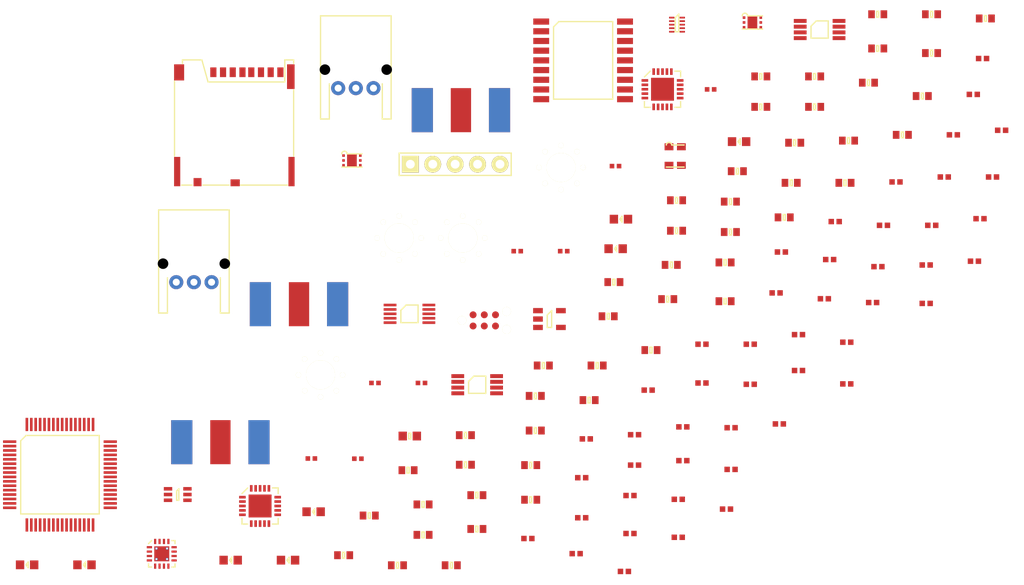
<source format=kicad_pcb>
(kicad_pcb (version 20170123) (host pcbnew no-vcs-found-feba091~58~ubuntu16.04.1)
  (layers (0 F.Cu signal) (31 B.Cu signal) (34 B.Paste user) (35 F.Paste user) (36 B.SilkS user) (37 F.SilkS user) (38 B.Mask user) (39 F.Mask user) (44 Edge.Cuts user))
  (net 0 "")
  (net 1 3v3)
  (net 2 GND)
  (net 3 /~RST)
  (net 4 "Net-(C10-Pad2)")
  (net 5 "Net-(C11-Pad2)")
  (net 6 /PR_RXn)
  (net 7 /PR_TX)
  (net 8 "Net-(C19-Pad2)")
  (net 9 /PR_RXp)
  (net 10 "Net-(C20-Pad2)")
  (net 11 "Net-(C22-Pad2)")
  (net 12 "Net-(C23-Pad2)")
  (net 13 "Net-(C24-Pad1)")
  (net 14 "Net-(C24-Pad2)")
  (net 15 "Net-(C25-Pad2)")
  (net 16 "Net-(C27-Pad2)")
  (net 17 "Net-(C27-Pad1)")
  (net 18 "Net-(C29-Pad2)")
  (net 19 1v8)
  (net 20 "Net-(C30-Pad1)")
  (net 21 "Net-(C39-Pad1)")
  (net 22 "Net-(C41-Pad1)")
  (net 23 "Net-(C41-Pad2)")
  (net 24 5v)
  (net 25 VBATT)
  (net 26 "Net-(C46-Pad2)")
  (net 27 /SR_RXn)
  (net 28 "Net-(C50-Pad2)")
  (net 29 /SR_TX)
  (net 30 /SR_RXp)
  (net 31 "Net-(C51-Pad2)")
  (net 32 "Net-(C52-Pad2)")
  (net 33 "Net-(C53-Pad2)")
  (net 34 "Net-(C54-Pad2)")
  (net 35 "Net-(C54-Pad1)")
  (net 36 "Net-(C55-Pad2)")
  (net 37 "Net-(C56-Pad1)")
  (net 38 "Net-(C56-Pad2)")
  (net 39 "Net-(C59-Pad1)")
  (net 40 /OTG_HS_DM)
  (net 41 /OTG_HS_DP)
  (net 42 "Net-(D6-Pad1)")
  (net 43 "Net-(D8-Pad2)")
  (net 44 "Net-(D9-Pad2)")
  (net 45 "Net-(D10-Pad2)")
  (net 46 "Net-(D11-Pad2)")
  (net 47 "Net-(D12-Pad2)")
  (net 48 "Net-(D13-Pad2)")
  (net 49 "Net-(D14-Pad2)")
  (net 50 "Net-(D16-Pad2)")
  (net 51 /PR_SDN)
  (net 52 /SR_SDN)
  (net 53 /SR_nIRQ)
  (net 54 /STM_HSE)
  (net 55 "Net-(IC1-Pad6)")
  (net 56 /SR_SW)
  (net 57 /PR_SW)
  (net 58 /SPI2_MISO)
  (net 59 /SPI2_MOSI)
  (net 60 /GPS_PPS)
  (net 61 /PR_GPIO)
  (net 62 /PR_nSS)
  (net 63 /SR_nSS)
  (net 64 /GATE)
  (net 65 /SPI1_SCK)
  (net 66 /SPI1_MISO)
  (net 67 /SPI1_MOSI)
  (net 68 /I_CHG_MON)
  (net 69 /V_BAT_MON)
  (net 70 "Net-(IC1-Pad26)")
  (net 71 /B_TEMP)
  (net 72 /CHG_EN)
  (net 73 /SPI2_SCK)
  (net 74 /PR_nIRQ)
  (net 75 "Net-(IC1-Pad33)")
  (net 76 /OTG_HS_VBUS)
  (net 77 /SYS_GD)
  (net 78 /SYS_ERR)
  (net 79 /SDIO_D0)
  (net 80 /SDIO_D1)
  (net 81 /GPS_GD)
  (net 82 /GPS_ERR)
  (net 83 /PR_GD)
  (net 84 /PR_ERR)
  (net 85 /SR_GD)
  (net 86 /SWDIO)
  (net 87 /SWDCLK)
  (net 88 /SR_ERR)
  (net 89 /SDIO_D2)
  (net 90 /SDIO_D3)
  (net 91 /SDIO_CK)
  (net 92 /SDIO_CMD)
  (net 93 /CHG_GOOD)
  (net 94 /P_GOOD)
  (net 95 /GPS_RST)
  (net 96 /USART1_TX)
  (net 97 /USART1_RX)
  (net 98 /I2C1_SCL)
  (net 99 /I2C1_SDA)
  (net 100 "Net-(IC2-Pad20)")
  (net 101 "Net-(IC2-Pad19)")
  (net 102 /R_CLK_1)
  (net 103 "Net-(IC2-Pad16)")
  (net 104 /PR_CS)
  (net 105 "Net-(IC2-Pad10)")
  (net 106 "Net-(IC2-Pad7)")
  (net 107 "Net-(IC2-Pad5)")
  (net 108 /GPS_TIM1)
  (net 109 "Net-(IC3-Pad5)")
  (net 110 "Net-(IC3-Pad11)")
  (net 111 "Net-(IC3-Pad13)")
  (net 112 "Net-(IC3-Pad14)")
  (net 113 "Net-(IC3-Pad15)")
  (net 114 "Net-(IC3-Pad16)")
  (net 115 "Net-(IC3-Pad17)")
  (net 116 "Net-(IC7-Pad12)")
  (net 117 "Net-(IC7-Pad14)")
  (net 118 "Net-(IC7-Pad15)")
  (net 119 "Net-(IC8-Pad1)")
  (net 120 "Net-(IC11-Pad7)")
  (net 121 "Net-(IC9-Pad5)")
  (net 122 "Net-(IC9-Pad7)")
  (net 123 "Net-(IC9-Pad9)")
  (net 124 "Net-(IC9-Pad10)")
  (net 125 "Net-(IC9-Pad16)")
  (net 126 /R_CLK_2)
  (net 127 "Net-(IC9-Pad19)")
  (net 128 "Net-(IC9-Pad20)")
  (net 129 "Net-(IC11-Pad3)")
  (net 130 "Net-(IC11-Pad4)")
  (net 131 "Net-(IC11-Pad6)")
  (net 132 "Net-(IC13-Pad4)")
  (net 133 "Net-(P2-Pad6)")
  (net 134 "Net-(U1-Pad10)")
  (net 135 "Net-(U1-Pad11)")
  (net 136 "Net-(Y1-Pad1)")
  (module agg:0603-L (layer F.Cu) (at 256.243939 33.194206)
    (fp_text reference C1)
    (fp_text value 2.2uF)
    (pad 1 smd rect (at -0.7 0) (size 0.75 0.9) (layers F.Cu F.Paste F.Mask) (net 1 3v3))
    (pad 2 smd rect (at 0.7 0) (size 0.75 0.9) (layers F.Cu F.Paste F.Mask) (net 2 GND))
  )
  (module agg:0402 (layer F.Cu) (at 278.668939 37.082301)
    (fp_text reference C2)
    (fp_text value 100nF)
    (pad 2 smd rect (at 0.45 0) (size 0.62 0.62) (layers F.Cu F.Paste F.Mask) (net 2 GND))
    (pad 1 smd rect (at -0.45 0) (size 0.62 0.62) (layers F.Cu F.Paste F.Mask) (net 1 3v3))
  )
  (module agg:0402 (layer F.Cu) (at 273.198939 37.082301)
    (fp_text reference C3)
    (fp_text value 220pF)
    (pad 2 smd rect (at 0.45 0) (size 0.62 0.62) (layers F.Cu F.Paste F.Mask) (net 2 GND))
    (pad 1 smd rect (at -0.45 0) (size 0.62 0.62) (layers F.Cu F.Paste F.Mask) (net 1 3v3))
  )
  (module agg:0402 (layer F.Cu) (at 243.048939 73.64373)
    (fp_text reference C4)
    (fp_text value 100n)
    (pad 2 smd rect (at 0.45 0) (size 0.62 0.62) (layers F.Cu F.Paste F.Mask) (net 2 GND))
    (pad 1 smd rect (at -0.45 0) (size 0.62 0.62) (layers F.Cu F.Paste F.Mask) (net 1 3v3))
  )
  (module agg:0603-L (layer F.Cu) (at 218.923939 66.36992)
    (fp_text reference C5)
    (fp_text value 1uF)
    (pad 2 smd rect (at 0.7 0) (size 0.75 0.9) (layers F.Cu F.Paste F.Mask) (net 2 GND))
    (pad 1 smd rect (at -0.7 0) (size 0.75 0.9) (layers F.Cu F.Paste F.Mask) (net 1 3v3))
  )
  (module agg:0402 (layer F.Cu) (at 262.148939 55.822301)
    (fp_text reference C6)
    (fp_text value 100pF)
    (pad 1 smd rect (at -0.45 0) (size 0.62 0.62) (layers F.Cu F.Paste F.Mask) (net 1 3v3))
    (pad 2 smd rect (at 0.45 0) (size 0.62 0.62) (layers F.Cu F.Paste F.Mask) (net 2 GND))
  )
  (module agg:0402 (layer F.Cu) (at 271.148939 47.06373)
    (fp_text reference C7)
    (fp_text value 100n)
    (pad 2 smd rect (at 0.45 0) (size 0.62 0.62) (layers F.Cu F.Paste F.Mask) (net 3 /~RST))
    (pad 1 smd rect (at -0.45 0) (size 0.62 0.62) (layers F.Cu F.Paste F.Mask) (net 2 GND))
  )
  (module agg:0402 (layer F.Cu) (at 277.248939 41.81373)
    (fp_text reference C8)
    (fp_text value 100n)
    (pad 1 smd rect (at -0.45 0) (size 0.62 0.62) (layers F.Cu F.Paste F.Mask) (net 1 3v3))
    (pad 2 smd rect (at 0.45 0) (size 0.62 0.62) (layers F.Cu F.Paste F.Mask) (net 2 GND))
  )
  (module agg:0402 (layer F.Cu) (at 254.508939 65.09373)
    (fp_text reference C9)
    (fp_text value 100n)
    (pad 2 smd rect (at 0.45 0) (size 0.62 0.62) (layers F.Cu F.Paste F.Mask) (net 2 GND))
    (pad 1 smd rect (at -0.45 0) (size 0.62 0.62) (layers F.Cu F.Paste F.Mask) (net 1 3v3))
  )
  (module agg:0603-L (layer F.Cu) (at 242.853939 39.725158)
    (fp_text reference C10)
    (fp_text value 2u2)
    (pad 2 smd rect (at 0.7 0) (size 0.75 0.9) (layers F.Cu F.Paste F.Mask) (net 4 "Net-(C10-Pad2)"))
    (pad 1 smd rect (at -0.7 0) (size 0.75 0.9) (layers F.Cu F.Paste F.Mask) (net 2 GND))
  )
  (module agg:0603-L (layer F.Cu) (at 249.743939 36.425158)
    (fp_text reference C11)
    (fp_text value 2u2)
    (pad 2 smd rect (at 0.7 0) (size 0.75 0.9) (layers F.Cu F.Paste F.Mask) (net 5 "Net-(C11-Pad2)"))
    (pad 1 smd rect (at -0.7 0) (size 0.75 0.9) (layers F.Cu F.Paste F.Mask) (net 2 GND))
  )
  (module agg:0402 (layer F.Cu) (at 249.038939 70.25373)
    (fp_text reference C12)
    (fp_text value 100n)
    (pad 1 smd rect (at -0.45 0) (size 0.62 0.62) (layers F.Cu F.Paste F.Mask) (net 1 3v3))
    (pad 2 smd rect (at 0.45 0) (size 0.62 0.62) (layers F.Cu F.Paste F.Mask) (net 2 GND))
  )
  (module agg:0402 (layer F.Cu) (at 243.048939 77.95373)
    (fp_text reference C13)
    (fp_text value 100n)
    (pad 2 smd rect (at 0.45 0) (size 0.62 0.62) (layers F.Cu F.Paste F.Mask) (net 2 GND))
    (pad 1 smd rect (at -0.45 0) (size 0.62 0.62) (layers F.Cu F.Paste F.Mask) (net 1 3v3))
  )
  (module agg:0402 (layer F.Cu) (at 262.148939 60.55373)
    (fp_text reference C14)
    (fp_text value 100n)
    (pad 1 smd rect (at -0.45 0) (size 0.62 0.62) (layers F.Cu F.Paste F.Mask) (net 1 3v3))
    (pad 2 smd rect (at 0.45 0) (size 0.62 0.62) (layers F.Cu F.Paste F.Mask) (net 2 GND))
  )
  (module agg:0603 (layer F.Cu) (at 212.623939 66.465158)
    (fp_text reference C15)
    (fp_text value 4u7)
    (pad 1 smd rect (at -0.8 0) (size 0.95 1) (layers F.Cu F.Paste F.Mask) (net 1 3v3))
    (pad 2 smd rect (at 0.8 0) (size 0.95 1) (layers F.Cu F.Paste F.Mask) (net 2 GND))
  )
  (module agg:0603-L (layer F.Cu) (at 226.843939 61.915158)
    (fp_text reference C16)
    (fp_text value 1u)
    (pad 1 smd rect (at -0.7 0) (size 0.75 0.9) (layers F.Cu F.Paste F.Mask) (net 1 3v3))
    (pad 2 smd rect (at 0.7 0) (size 0.75 0.9) (layers F.Cu F.Paste F.Mask) (net 2 GND))
  )
  (module agg:0402 (layer F.Cu) (at 238.098939 66.315158)
    (fp_text reference C17)
    (fp_text value 3pF)
    (pad 2 smd rect (at 0.45 0) (size 0.62 0.62) (layers F.Cu F.Paste F.Mask) (net 2 GND))
    (pad 1 smd rect (at -0.45 0) (size 0.62 0.62) (layers F.Cu F.Paste F.Mask) (net 6 /PR_RXn))
  )
  (module agg:0402 (layer F.Cu) (at 243.568939 69.256111)
    (fp_text reference C18)
    (fp_text value 33pF)
    (pad 2 smd rect (at 0.45 0) (size 0.62 0.62) (layers F.Cu F.Paste F.Mask) (net 2 GND))
    (pad 1 smd rect (at -0.45 0) (size 0.62 0.62) (layers F.Cu F.Paste F.Mask) (net 1 3v3))
  )
  (module agg:0402 (layer F.Cu) (at 279.698939 31.784206)
    (fp_text reference C19)
    (fp_text value 3.9pF)
    (pad 1 smd rect (at -0.45 0) (size 0.62 0.62) (layers F.Cu F.Paste F.Mask) (net 7 /PR_TX))
    (pad 2 smd rect (at 0.45 0) (size 0.62 0.62) (layers F.Cu F.Paste F.Mask) (net 8 "Net-(C19-Pad2)"))
  )
  (module agg:0402 (layer F.Cu) (at 237.578939 73.215158)
    (fp_text reference C20)
    (fp_text value 1pF)
    (pad 1 smd rect (at -0.45 0) (size 0.62 0.62) (layers F.Cu F.Paste F.Mask) (net 9 /PR_RXp))
    (pad 2 smd rect (at 0.45 0) (size 0.62 0.62) (layers F.Cu F.Paste F.Mask) (net 10 "Net-(C20-Pad2)"))
  )
  (module agg:0603-L (layer F.Cu) (at 208.023939 75.48373)
    (fp_text reference C21)
    (fp_text value 100n)
    (pad 2 smd rect (at 0.7 0) (size 0.75 0.9) (layers F.Cu F.Paste F.Mask) (net 2 GND))
    (pad 1 smd rect (at -0.7 0) (size 0.75 0.9) (layers F.Cu F.Paste F.Mask) (net 1 3v3))
  )
  (module agg:0402 (layer F.Cu) (at 259.608939 50.894206)
    (fp_text reference C22)
    (fp_text value 5.1pF)
    (pad 1 smd rect (at -0.45 0) (size 0.62 0.62) (layers F.Cu F.Paste F.Mask) (net 2 GND))
    (pad 2 smd rect (at 0.45 0) (size 0.62 0.62) (layers F.Cu F.Paste F.Mask) (net 11 "Net-(C22-Pad2)"))
  )
  (module agg:0402 (layer F.Cu) (at 251.208939 60.594206)
    (fp_text reference C23)
    (fp_text value 2.7pF)
    (pad 2 smd rect (at 0.45 0) (size 0.62 0.62) (layers F.Cu F.Paste F.Mask) (net 12 "Net-(C23-Pad2)"))
    (pad 1 smd rect (at -0.45 0) (size 0.62 0.62) (layers F.Cu F.Paste F.Mask) (net 2 GND))
  )
  (module agg:0402 (layer F.Cu) (at 256.678939 54.965158)
    (fp_text reference C24)
    (fp_text value DC)
    (pad 1 smd rect (at -0.45 0) (size 0.62 0.62) (layers F.Cu F.Paste F.Mask) (net 13 "Net-(C24-Pad1)"))
    (pad 2 smd rect (at 0.45 0) (size 0.62 0.62) (layers F.Cu F.Paste F.Mask) (net 14 "Net-(C24-Pad2)"))
  )
  (module agg:0402 (layer F.Cu) (at 231.478939 79.805158)
    (fp_text reference C25)
    (fp_text value DC)
    (pad 2 smd rect (at 0.45 0) (size 0.62 0.62) (layers F.Cu F.Paste F.Mask) (net 15 "Net-(C25-Pad2)"))
    (pad 1 smd rect (at -0.45 0) (size 0.62 0.62) (layers F.Cu F.Paste F.Mask) (net 10 "Net-(C20-Pad2)"))
  )
  (module agg:0603-L (layer F.Cu) (at 252.403939 25.675158)
    (fp_text reference C26)
    (fp_text value 1u)
    (pad 1 smd rect (at -0.7 0) (size 0.75 0.9) (layers F.Cu F.Paste F.Mask) (net 1 3v3))
    (pad 2 smd rect (at 0.7 0) (size 0.75 0.9) (layers F.Cu F.Paste F.Mask) (net 2 GND))
  )
  (module agg:0402 (layer F.Cu) (at 243.568939 65.425158)
    (fp_text reference C27)
    (fp_text value DC)
    (pad 2 smd rect (at 0.45 0) (size 0.62 0.62) (layers F.Cu F.Paste F.Mask) (net 16 "Net-(C27-Pad2)"))
    (pad 1 smd rect (at -0.45 0) (size 0.62 0.62) (layers F.Cu F.Paste F.Mask) (net 17 "Net-(C27-Pad1)"))
  )
  (module agg:0402 (layer F.Cu) (at 265.678939 47.254206)
    (fp_text reference C28)
    (fp_text value 4.7pF)
    (pad 2 smd rect (at 0.45 0) (size 0.62 0.62) (layers F.Cu F.Paste F.Mask) (net 2 GND))
    (pad 1 smd rect (at -0.45 0) (size 0.62 0.62) (layers F.Cu F.Paste F.Mask) (net 16 "Net-(C27-Pad2)"))
  )
  (module agg:0603-L (layer F.Cu) (at 252.403939 29.125158)
    (fp_text reference C29)
    (fp_text value 10n)
    (pad 2 smd rect (at 0.7 0) (size 0.75 0.9) (layers F.Cu F.Paste F.Mask) (net 18 "Net-(C29-Pad2)"))
    (pad 1 smd rect (at -0.7 0) (size 0.75 0.9) (layers F.Cu F.Paste F.Mask) (net 19 1v8))
  )
  (module agg:0402 (layer F.Cu) (at 271.778939 42.564206)
    (fp_text reference C30)
    (fp_text value 4.7pF)
    (pad 2 smd rect (at 0.45 0) (size 0.62 0.62) (layers F.Cu F.Paste F.Mask) (net 2 GND))
    (pad 1 smd rect (at -0.45 0) (size 0.62 0.62) (layers F.Cu F.Paste F.Mask) (net 20 "Net-(C30-Pad1)"))
  )
  (module agg:0603-L (layer F.Cu) (at 265.653939 18.625158)
    (fp_text reference C31)
    (fp_text value 1u)
    (pad 1 smd rect (at -0.7 0) (size 0.75 0.9) (layers F.Cu F.Paste F.Mask) (net 19 1v8))
    (pad 2 smd rect (at 0.7 0) (size 0.75 0.9) (layers F.Cu F.Paste F.Mask) (net 2 GND))
  )
  (module agg:0603-L (layer F.Cu) (at 212.423939 70.34373)
    (fp_text reference C32)
    (fp_text value 100n)
    (pad 2 smd rect (at 0.7 0) (size 0.75 0.9) (layers F.Cu F.Paste F.Mask) (net 2 GND))
    (pad 1 smd rect (at -0.7 0) (size 0.75 0.9) (layers F.Cu F.Paste F.Mask) (net 19 1v8))
  )
  (module agg:0603-L (layer F.Cu) (at 205.123939 79.984206)
    (fp_text reference C33)
    (fp_text value 2.2uF)
    (pad 1 smd rect (at -0.7 0) (size 0.75 0.9) (layers F.Cu F.Paste F.Mask) (net 1 3v3))
    (pad 2 smd rect (at 0.7 0) (size 0.75 0.9) (layers F.Cu F.Paste F.Mask) (net 2 GND))
  )
  (module agg:0402 (layer F.Cu) (at 237.578939 77.522301)
    (fp_text reference C34)
    (fp_text value 100nF)
    (pad 1 smd rect (at -0.45 0) (size 0.62 0.62) (layers F.Cu F.Paste F.Mask) (net 1 3v3))
    (pad 2 smd rect (at 0.45 0) (size 0.62 0.62) (layers F.Cu F.Paste F.Mask) (net 2 GND))
  )
  (module agg:0402 (layer F.Cu) (at 249.038939 65.522301)
    (fp_text reference C35)
    (fp_text value 220pF)
    (pad 2 smd rect (at 0.45 0) (size 0.62 0.62) (layers F.Cu F.Paste F.Mask) (net 2 GND))
    (pad 1 smd rect (at -0.45 0) (size 0.62 0.62) (layers F.Cu F.Paste F.Mask) (net 1 3v3))
  )
  (module agg:0603-L (layer F.Cu) (at 235.753939 49.00373)
    (fp_text reference C36)
    (fp_text value 100n)
    (pad 2 smd rect (at 0.7 0) (size 0.75 0.9) (layers F.Cu F.Paste F.Mask) (net 2 GND))
    (pad 1 smd rect (at -0.7 0) (size 0.75 0.9) (layers F.Cu F.Paste F.Mask) (net 1 3v3))
  )
  (module agg:0603-L (layer F.Cu) (at 233.853939 58.465158)
    (fp_text reference C37)
    (fp_text value 1uF)
    (pad 1 smd rect (at -0.7 0) (size 0.75 0.9) (layers F.Cu F.Paste F.Mask) (net 1 3v3))
    (pad 2 smd rect (at 0.7 0) (size 0.75 0.9) (layers F.Cu F.Paste F.Mask) (net 2 GND))
  )
  (module agg:0402 (layer F.Cu) (at 267.728939 37.642301)
    (fp_text reference C38)
    (fp_text value 100pF)
    (pad 2 smd rect (at 0.45 0) (size 0.62 0.62) (layers F.Cu F.Paste F.Mask) (net 2 GND))
    (pad 1 smd rect (at -0.45 0) (size 0.62 0.62) (layers F.Cu F.Paste F.Mask) (net 1 3v3))
  )
  (module agg:0603-L (layer F.Cu) (at 248.953939 39.875158)
    (fp_text reference C39)
    (fp_text value 4u7)
    (pad 1 smd rect (at -0.7 0) (size 0.75 0.9) (layers F.Cu F.Paste F.Mask) (net 21 "Net-(C39-Pad1)"))
    (pad 2 smd rect (at 0.7 0) (size 0.75 0.9) (layers F.Cu F.Paste F.Mask) (net 2 GND))
  )
  (module agg:0603-L (layer F.Cu) (at 235.103939 52.885158)
    (fp_text reference C40)
    (fp_text value 1n)
    (pad 1 smd rect (at -0.7 0) (size 0.75 0.9) (layers F.Cu F.Paste F.Mask) (net 1 3v3))
    (pad 2 smd rect (at 0.7 0) (size 0.75 0.9) (layers F.Cu F.Paste F.Mask) (net 2 GND))
  )
  (module agg:0603-L (layer F.Cu) (at 214.123939 74.225158)
    (fp_text reference C41)
    (fp_text value 1n)
    (pad 1 smd rect (at -0.7 0) (size 0.75 0.9) (layers F.Cu F.Paste F.Mask) (net 22 "Net-(C41-Pad1)"))
    (pad 2 smd rect (at 0.7 0) (size 0.75 0.9) (layers F.Cu F.Paste F.Mask) (net 23 "Net-(C41-Pad2)"))
  )
  (module agg:0603-L (layer F.Cu) (at 218.923939 69.725158)
    (fp_text reference C42)
    (fp_text value 1u)
    (pad 1 smd rect (at -0.7 0) (size 0.75 0.9) (layers F.Cu F.Paste F.Mask) (net 21 "Net-(C39-Pad1)"))
    (pad 2 smd rect (at 0.7 0) (size 0.75 0.9) (layers F.Cu F.Paste F.Mask) (net 2 GND))
  )
  (module agg:0603-L (layer F.Cu) (at 258.503939 29.125158)
    (fp_text reference C43)
    (fp_text value 1u)
    (pad 1 smd rect (at -0.7 0) (size 0.75 0.9) (layers F.Cu F.Paste F.Mask) (net 24 5v))
    (pad 2 smd rect (at 0.7 0) (size 0.75 0.9) (layers F.Cu F.Paste F.Mask) (net 2 GND))
  )
  (module agg:0603-L (layer F.Cu) (at 265.653939 22.50373)
    (fp_text reference C44)
    (fp_text value 100n)
    (pad 1 smd rect (at -0.7 0) (size 0.75 0.9) (layers F.Cu F.Paste F.Mask) (net 1 3v3))
    (pad 2 smd rect (at 0.7 0) (size 0.75 0.9) (layers F.Cu F.Paste F.Mask) (net 2 GND))
  )
  (module agg:0603-L (layer F.Cu) (at 248.953939 43.325158)
    (fp_text reference C45)
    (fp_text value 4u7)
    (pad 1 smd rect (at -0.7 0) (size 0.75 0.9) (layers F.Cu F.Paste F.Mask) (net 25 VBATT))
    (pad 2 smd rect (at 0.7 0) (size 0.75 0.9) (layers F.Cu F.Paste F.Mask) (net 2 GND))
  )
  (module agg:0603-L (layer F.Cu) (at 242.853939 43.175158)
    (fp_text reference C46)
    (fp_text value 10n)
    (pad 1 smd rect (at -0.7 0) (size 0.75 0.9) (layers F.Cu F.Paste F.Mask) (net 1 3v3))
    (pad 2 smd rect (at 0.7 0) (size 0.75 0.9) (layers F.Cu F.Paste F.Mask) (net 26 "Net-(C46-Pad2)"))
  )
  (module agg:0603-L (layer F.Cu) (at 258.503939 25.675158)
    (fp_text reference C47)
    (fp_text value 1u)
    (pad 2 smd rect (at 0.7 0) (size 0.75 0.9) (layers F.Cu F.Paste F.Mask) (net 2 GND))
    (pad 1 smd rect (at -0.7 0) (size 0.75 0.9) (layers F.Cu F.Paste F.Mask) (net 1 3v3))
  )
  (module agg:0402 (layer F.Cu) (at 276.488939 27.715158)
    (fp_text reference C48)
    (fp_text value 3pF)
    (pad 2 smd rect (at 0.45 0) (size 0.62 0.62) (layers F.Cu F.Paste F.Mask) (net 2 GND))
    (pad 1 smd rect (at -0.45 0) (size 0.62 0.62) (layers F.Cu F.Paste F.Mask) (net 27 /SR_RXn))
  )
  (module agg:0402 (layer F.Cu) (at 260.208939 46.446111)
    (fp_text reference C49)
    (fp_text value 33pF)
    (pad 2 smd rect (at 0.45 0) (size 0.62 0.62) (layers F.Cu F.Paste F.Mask) (net 2 GND))
    (pad 1 smd rect (at -0.45 0) (size 0.62 0.62) (layers F.Cu F.Paste F.Mask) (net 1 3v3))
  )
  (module agg:0402 (layer F.Cu) (at 232.108939 75.734206)
    (fp_text reference C50)
    (fp_text value 3.9pF)
    (pad 2 smd rect (at 0.45 0) (size 0.62 0.62) (layers F.Cu F.Paste F.Mask) (net 28 "Net-(C50-Pad2)"))
    (pad 1 smd rect (at -0.45 0) (size 0.62 0.62) (layers F.Cu F.Paste F.Mask) (net 29 /SR_TX))
  )
  (module agg:0402 (layer F.Cu) (at 238.098939 69.765158)
    (fp_text reference C51)
    (fp_text value 1pF)
    (pad 1 smd rect (at -0.45 0) (size 0.62 0.62) (layers F.Cu F.Paste F.Mask) (net 30 /SR_RXp))
    (pad 2 smd rect (at 0.45 0) (size 0.62 0.62) (layers F.Cu F.Paste F.Mask) (net 31 "Net-(C51-Pad2)"))
  )
  (module agg:0402 (layer F.Cu) (at 266.308939 42.564206)
    (fp_text reference C52)
    (fp_text value 5.1pF)
    (pad 1 smd rect (at -0.45 0) (size 0.62 0.62) (layers F.Cu F.Paste F.Mask) (net 2 GND))
    (pad 2 smd rect (at 0.45 0) (size 0.62 0.62) (layers F.Cu F.Paste F.Mask) (net 32 "Net-(C52-Pad2)"))
  )
  (module agg:0402 (layer F.Cu) (at 277.538939 23.644206)
    (fp_text reference C53)
    (fp_text value 2.7pF)
    (pad 2 smd rect (at 0.45 0) (size 0.62 0.62) (layers F.Cu F.Paste F.Mask) (net 33 "Net-(C53-Pad2)"))
    (pad 1 smd rect (at -0.45 0) (size 0.62 0.62) (layers F.Cu F.Paste F.Mask) (net 2 GND))
  )
  (module agg:0402 (layer F.Cu) (at 265.078939 51.325158)
    (fp_text reference C54)
    (fp_text value DC)
    (pad 2 smd rect (at 0.45 0) (size 0.62 0.62) (layers F.Cu F.Paste F.Mask) (net 34 "Net-(C54-Pad2)"))
    (pad 1 smd rect (at -0.45 0) (size 0.62 0.62) (layers F.Cu F.Paste F.Mask) (net 35 "Net-(C54-Pad1)"))
  )
  (module agg:0402 (layer F.Cu) (at 236.948939 81.825158)
    (fp_text reference C55)
    (fp_text value DC)
    (pad 1 smd rect (at -0.45 0) (size 0.62 0.62) (layers F.Cu F.Paste F.Mask) (net 31 "Net-(C51-Pad2)"))
    (pad 2 smd rect (at 0.45 0) (size 0.62 0.62) (layers F.Cu F.Paste F.Mask) (net 36 "Net-(C55-Pad2)"))
  )
  (module agg:0402 (layer F.Cu) (at 276.618939 46.635158)
    (fp_text reference C56)
    (fp_text value DC)
    (pad 1 smd rect (at -0.45 0) (size 0.62 0.62) (layers F.Cu F.Paste F.Mask) (net 37 "Net-(C56-Pad1)"))
    (pad 2 smd rect (at 0.45 0) (size 0.62 0.62) (layers F.Cu F.Paste F.Mask) (net 38 "Net-(C56-Pad2)"))
  )
  (module agg:0402 (layer F.Cu) (at 248.518939 74.754206)
    (fp_text reference C57)
    (fp_text value 4.7pF)
    (pad 2 smd rect (at 0.45 0) (size 0.62 0.62) (layers F.Cu F.Paste F.Mask) (net 2 GND))
    (pad 1 smd rect (at -0.45 0) (size 0.62 0.62) (layers F.Cu F.Paste F.Mask) (net 38 "Net-(C56-Pad2)"))
  )
  (module agg:0603-L (layer F.Cu) (at 242.253939 47.05373)
    (fp_text reference C58)
    (fp_text value 100n)
    (pad 1 smd rect (at -0.7 0) (size 0.75 0.9) (layers F.Cu F.Paste F.Mask) (net 1 3v3))
    (pad 2 smd rect (at 0.7 0) (size 0.75 0.9) (layers F.Cu F.Paste F.Mask) (net 2 GND))
  )
  (module agg:0402 (layer F.Cu) (at 256.678939 59.034206)
    (fp_text reference C59)
    (fp_text value 4.7pF)
    (pad 1 smd rect (at -0.45 0) (size 0.62 0.62) (layers F.Cu F.Paste F.Mask) (net 39 "Net-(C59-Pad1)"))
    (pad 2 smd rect (at 0.45 0) (size 0.62 0.62) (layers F.Cu F.Paste F.Mask) (net 2 GND))
  )
  (module agg:0402-L (layer F.Cu) (at 246.718939 27.146587)
    (fp_text reference D1)
    (fp_text value ESD_DIODE)
    (pad 1 smd rect (at -0.4 0) (size 0.52 0.52) (layers F.Cu F.Paste F.Mask) (net 20 "Net-(C30-Pad1)"))
    (pad 2 smd rect (at 0.4 0) (size 0.52 0.52) (layers F.Cu F.Paste F.Mask) (net 2 GND))
  )
  (module agg:0402-L (layer F.Cu) (at 208.678939 60.446587)
    (fp_text reference D2)
    (fp_text value ESD_DIODE)
    (pad 2 smd rect (at 0.4 0) (size 0.52 0.52) (layers F.Cu F.Paste F.Mask) (net 2 GND))
    (pad 1 smd rect (at -0.4 0) (size 0.52 0.52) (layers F.Cu F.Paste F.Mask) (net 24 5v))
  )
  (module agg:0402-L (layer F.Cu) (at 224.798939 45.496587)
    (fp_text reference D3)
    (fp_text value ESD_DIODE)
    (pad 1 smd rect (at -0.4 0) (size 0.52 0.52) (layers F.Cu F.Paste F.Mask) (net 40 /OTG_HS_DM))
    (pad 2 smd rect (at 0.4 0) (size 0.52 0.52) (layers F.Cu F.Paste F.Mask) (net 2 GND))
  )
  (module agg:0402-L (layer F.Cu) (at 213.948939 60.446587)
    (fp_text reference D4)
    (fp_text value ESD_DIODE)
    (pad 2 smd rect (at 0.4 0) (size 0.52 0.52) (layers F.Cu F.Paste F.Mask) (net 2 GND))
    (pad 1 smd rect (at -0.4 0) (size 0.52 0.52) (layers F.Cu F.Paste F.Mask) (net 41 /OTG_HS_DP))
  )
  (module agg:0402-L (layer F.Cu) (at 206.738939 69.036587)
    (fp_text reference D5)
    (fp_text value ESD_DIODE)
    (pad 2 smd rect (at 0.4 0) (size 0.52 0.52) (layers F.Cu F.Paste F.Mask) (net 2 GND))
    (pad 1 smd rect (at -0.4 0) (size 0.52 0.52) (layers F.Cu F.Paste F.Mask) (net 25 VBATT))
  )
  (module agg:0402-L (layer F.Cu) (at 230.068939 45.496587)
    (fp_text reference D6)
    (fp_text value ESD_DIODE)
    (pad 1 smd rect (at -0.4 0) (size 0.52 0.52) (layers F.Cu F.Paste F.Mask) (net 42 "Net-(D6-Pad1)"))
    (pad 2 smd rect (at 0.4 0) (size 0.52 0.52) (layers F.Cu F.Paste F.Mask) (net 2 GND))
  )
  (module agg:0402-L (layer F.Cu) (at 235.938939 35.846587)
    (fp_text reference D7)
    (fp_text value ESD_DIODE)
    (pad 2 smd rect (at 0.4 0) (size 0.52 0.52) (layers F.Cu F.Paste F.Mask) (net 2 GND))
    (pad 1 smd rect (at -0.4 0) (size 0.52 0.52) (layers F.Cu F.Paste F.Mask) (net 42 "Net-(D6-Pad1)"))
  )
  (module agg:0603-LED (layer F.Cu) (at 249.943939 33.06992)
    (fp_text reference D8)
    (fp_text value LED)
    (pad 2 smd rect (at 0.8 0) (size 0.95 1) (layers F.Cu F.Paste F.Mask) (net 43 "Net-(D8-Pad2)"))
    (pad 1 smd rect (at -0.8 0) (size 0.95 1) (layers F.Cu F.Paste F.Mask) (net 2 GND))
  )
  (module agg:0603-LED (layer F.Cu) (at 235.953939 45.21992)
    (fp_text reference D9)
    (fp_text value LED)
    (pad 1 smd rect (at -0.8 0) (size 0.95 1) (layers F.Cu F.Paste F.Mask) (net 2 GND))
    (pad 2 smd rect (at 0.8 0) (size 0.95 1) (layers F.Cu F.Paste F.Mask) (net 44 "Net-(D9-Pad2)"))
  )
  (module agg:0603-LED (layer F.Cu) (at 169.253939 81.075158)
    (fp_text reference D10)
    (fp_text value LED)
    (pad 2 smd rect (at 0.8 0) (size 0.95 1) (layers F.Cu F.Paste F.Mask) (net 45 "Net-(D10-Pad2)"))
    (pad 1 smd rect (at -0.8 0) (size 0.95 1) (layers F.Cu F.Paste F.Mask) (net 2 GND))
  )
  (module agg:0603-LED (layer F.Cu) (at 192.323939 80.545158)
    (fp_text reference D11)
    (fp_text value LED)
    (pad 1 smd rect (at -0.8 0) (size 0.95 1) (layers F.Cu F.Paste F.Mask) (net 2 GND))
    (pad 2 smd rect (at 0.8 0) (size 0.95 1) (layers F.Cu F.Paste F.Mask) (net 46 "Net-(D11-Pad2)"))
  )
  (module agg:0603-LED (layer F.Cu) (at 201.723939 75.055158)
    (fp_text reference D12)
    (fp_text value LED)
    (pad 1 smd rect (at -0.8 0) (size 0.95 1) (layers F.Cu F.Paste F.Mask) (net 2 GND))
    (pad 2 smd rect (at 0.8 0) (size 0.95 1) (layers F.Cu F.Paste F.Mask) (net 47 "Net-(D12-Pad2)"))
  )
  (module agg:0603-LED (layer F.Cu) (at 198.823939 80.545158)
    (fp_text reference D13)
    (fp_text value LED)
    (pad 1 smd rect (at -0.8 0) (size 0.95 1) (layers F.Cu F.Paste F.Mask) (net 2 GND))
    (pad 2 smd rect (at 0.8 0) (size 0.95 1) (layers F.Cu F.Paste F.Mask) (net 48 "Net-(D13-Pad2)"))
  )
  (module agg:0603-LED (layer F.Cu) (at 175.753939 81.075158)
    (fp_text reference D14)
    (fp_text value LED)
    (pad 2 smd rect (at 0.8 0) (size 0.95 1) (layers F.Cu F.Paste F.Mask) (net 49 "Net-(D14-Pad2)"))
    (pad 1 smd rect (at -0.8 0) (size 0.95 1) (layers F.Cu F.Paste F.Mask) (net 2 GND))
  )
  (module agg:0402-L (layer F.Cu) (at 201.468939 69.016587)
    (fp_text reference D15)
    (fp_text value ESD_DIODE)
    (pad 1 smd rect (at -0.4 0) (size 0.52 0.52) (layers F.Cu F.Paste F.Mask) (net 39 "Net-(C59-Pad1)"))
    (pad 2 smd rect (at 0.4 0) (size 0.52 0.52) (layers F.Cu F.Paste F.Mask) (net 2 GND))
  )
  (module agg:0603-LED (layer F.Cu) (at 236.553939 41.865158)
    (fp_text reference D16)
    (fp_text value LED)
    (pad 2 smd rect (at 0.8 0) (size 0.95 1) (layers F.Cu F.Paste F.Mask) (net 50 "Net-(D16-Pad2)"))
    (pad 1 smd rect (at -0.8 0) (size 0.95 1) (layers F.Cu F.Paste F.Mask) (net 2 GND))
  )
  (module agg:LQFP-64 (layer F.Cu) (at 172.97644 70.855277)
    (fp_text reference IC1)
    (fp_text value STM32F405RxTx)
    (pad 1 smd rect (at -5.7 -3.75) (size 1.5 0.3) (layers F.Cu F.Paste F.Mask) (net 1 3v3))
    (pad 2 smd rect (at -5.7 -3.25) (size 1.5 0.3) (layers F.Cu F.Paste F.Mask) (net 51 /PR_SDN))
    (pad 3 smd rect (at -5.7 -2.75) (size 1.5 0.3) (layers F.Cu F.Paste F.Mask) (net 52 /SR_SDN))
    (pad 4 smd rect (at -5.7 -2.25) (size 1.5 0.3) (layers F.Cu F.Paste F.Mask) (net 53 /SR_nIRQ))
    (pad 5 smd rect (at -5.7 -1.75) (size 1.5 0.3) (layers F.Cu F.Paste F.Mask) (net 54 /STM_HSE))
    (pad 6 smd rect (at -5.7 -1.25) (size 1.5 0.3) (layers F.Cu F.Paste F.Mask) (net 55 "Net-(IC1-Pad6)"))
    (pad 7 smd rect (at -5.7 -0.75) (size 1.5 0.3) (layers F.Cu F.Paste F.Mask) (net 3 /~RST))
    (pad 8 smd rect (at -5.7 -0.25) (size 1.5 0.3) (layers F.Cu F.Paste F.Mask) (net 56 /SR_SW))
    (pad 9 smd rect (at -5.7 0.25) (size 1.5 0.3) (layers F.Cu F.Paste F.Mask) (net 57 /PR_SW))
    (pad 10 smd rect (at -5.7 0.75) (size 1.5 0.3) (layers F.Cu F.Paste F.Mask) (net 58 /SPI2_MISO))
    (pad 11 smd rect (at -5.7 1.25) (size 1.5 0.3) (layers F.Cu F.Paste F.Mask) (net 59 /SPI2_MOSI))
    (pad 12 smd rect (at -5.7 1.75) (size 1.5 0.3) (layers F.Cu F.Paste F.Mask) (net 2 GND))
    (pad 13 smd rect (at -5.7 2.25) (size 1.5 0.3) (layers F.Cu F.Paste F.Mask) (net 1 3v3))
    (pad 14 smd rect (at -5.7 2.75) (size 1.5 0.3) (layers F.Cu F.Paste F.Mask) (net 60 /GPS_PPS))
    (pad 15 smd rect (at -5.7 3.25) (size 1.5 0.3) (layers F.Cu F.Paste F.Mask) (net 61 /PR_GPIO))
    (pad 16 smd rect (at -5.7 3.75) (size 1.5 0.3) (layers F.Cu F.Paste F.Mask) (net 62 /PR_nSS))
    (pad 17 smd rect (at -3.75 5.7) (size 0.3 1.5) (layers F.Cu F.Paste F.Mask) (net 63 /SR_nSS))
    (pad 18 smd rect (at -3.25 5.7) (size 0.3 1.5) (layers F.Cu F.Paste F.Mask) (net 2 GND))
    (pad 19 smd rect (at -2.75 5.7) (size 0.3 1.5) (layers F.Cu F.Paste F.Mask) (net 1 3v3))
    (pad 20 smd rect (at -2.25 5.7) (size 0.3 1.5) (layers F.Cu F.Paste F.Mask) (net 64 /GATE))
    (pad 21 smd rect (at -1.75 5.7) (size 0.3 1.5) (layers F.Cu F.Paste F.Mask) (net 65 /SPI1_SCK))
    (pad 22 smd rect (at -1.25 5.7) (size 0.3 1.5) (layers F.Cu F.Paste F.Mask) (net 66 /SPI1_MISO))
    (pad 23 smd rect (at -0.75 5.7) (size 0.3 1.5) (layers F.Cu F.Paste F.Mask) (net 67 /SPI1_MOSI))
    (pad 24 smd rect (at -0.25 5.7) (size 0.3 1.5) (layers F.Cu F.Paste F.Mask) (net 68 /I_CHG_MON))
    (pad 25 smd rect (at 0.25 5.7) (size 0.3 1.5) (layers F.Cu F.Paste F.Mask) (net 69 /V_BAT_MON))
    (pad 26 smd rect (at 0.75 5.7) (size 0.3 1.5) (layers F.Cu F.Paste F.Mask) (net 70 "Net-(IC1-Pad26)"))
    (pad 27 smd rect (at 1.25 5.7) (size 0.3 1.5) (layers F.Cu F.Paste F.Mask) (net 71 /B_TEMP))
    (pad 28 smd rect (at 1.75 5.7) (size 0.3 1.5) (layers F.Cu F.Paste F.Mask) (net 72 /CHG_EN))
    (pad 29 smd rect (at 2.25 5.7) (size 0.3 1.5) (layers F.Cu F.Paste F.Mask) (net 73 /SPI2_SCK))
    (pad 30 smd rect (at 2.75 5.7) (size 0.3 1.5) (layers F.Cu F.Paste F.Mask) (net 74 /PR_nIRQ))
    (pad 31 smd rect (at 3.25 5.7) (size 0.3 1.5) (layers F.Cu F.Paste F.Mask) (net 4 "Net-(C10-Pad2)"))
    (pad 32 smd rect (at 3.75 5.7) (size 0.3 1.5) (layers F.Cu F.Paste F.Mask) (net 1 3v3))
    (pad 33 smd rect (at 5.7 3.75) (size 1.5 0.3) (layers F.Cu F.Paste F.Mask) (net 75 "Net-(IC1-Pad33)"))
    (pad 34 smd rect (at 5.7 3.25) (size 1.5 0.3) (layers F.Cu F.Paste F.Mask) (net 76 /OTG_HS_VBUS))
    (pad 35 smd rect (at 5.7 2.75) (size 1.5 0.3) (layers F.Cu F.Paste F.Mask) (net 40 /OTG_HS_DM))
    (pad 36 smd rect (at 5.7 2.25) (size 1.5 0.3) (layers F.Cu F.Paste F.Mask) (net 41 /OTG_HS_DP))
    (pad 37 smd rect (at 5.7 1.75) (size 1.5 0.3) (layers F.Cu F.Paste F.Mask) (net 77 /SYS_GD))
    (pad 38 smd rect (at 5.7 1.25) (size 1.5 0.3) (layers F.Cu F.Paste F.Mask) (net 78 /SYS_ERR))
    (pad 39 smd rect (at 5.7 0.75) (size 1.5 0.3) (layers F.Cu F.Paste F.Mask) (net 79 /SDIO_D0))
    (pad 40 smd rect (at 5.7 0.25) (size 1.5 0.3) (layers F.Cu F.Paste F.Mask) (net 80 /SDIO_D1))
    (pad 41 smd rect (at 5.7 -0.25) (size 1.5 0.3) (layers F.Cu F.Paste F.Mask) (net 81 /GPS_GD))
    (pad 42 smd rect (at 5.7 -0.75) (size 1.5 0.3) (layers F.Cu F.Paste F.Mask) (net 82 /GPS_ERR))
    (pad 43 smd rect (at 5.7 -1.25) (size 1.5 0.3) (layers F.Cu F.Paste F.Mask) (net 83 /PR_GD))
    (pad 44 smd rect (at 5.7 -1.75) (size 1.5 0.3) (layers F.Cu F.Paste F.Mask) (net 84 /PR_ERR))
    (pad 45 smd rect (at 5.7 -2.25) (size 1.5 0.3) (layers F.Cu F.Paste F.Mask) (net 85 /SR_GD))
    (pad 46 smd rect (at 5.7 -2.75) (size 1.5 0.3) (layers F.Cu F.Paste F.Mask) (net 86 /SWDIO))
    (pad 47 smd rect (at 5.7 -3.25) (size 1.5 0.3) (layers F.Cu F.Paste F.Mask) (net 5 "Net-(C11-Pad2)"))
    (pad 48 smd rect (at 5.7 -3.75) (size 1.5 0.3) (layers F.Cu F.Paste F.Mask) (net 1 3v3))
    (pad 49 smd rect (at 3.75 -5.7) (size 0.3 1.5) (layers F.Cu F.Paste F.Mask) (net 87 /SWDCLK))
    (pad 50 smd rect (at 3.25 -5.7) (size 0.3 1.5) (layers F.Cu F.Paste F.Mask) (net 88 /SR_ERR))
    (pad 51 smd rect (at 2.75 -5.7) (size 0.3 1.5) (layers F.Cu F.Paste F.Mask) (net 89 /SDIO_D2))
    (pad 52 smd rect (at 2.25 -5.7) (size 0.3 1.5) (layers F.Cu F.Paste F.Mask) (net 90 /SDIO_D3))
    (pad 53 smd rect (at 1.75 -5.7) (size 0.3 1.5) (layers F.Cu F.Paste F.Mask) (net 91 /SDIO_CK))
    (pad 54 smd rect (at 1.25 -5.7) (size 0.3 1.5) (layers F.Cu F.Paste F.Mask) (net 92 /SDIO_CMD))
    (pad 55 smd rect (at 0.75 -5.7) (size 0.3 1.5) (layers F.Cu F.Paste F.Mask) (net 93 /CHG_GOOD))
    (pad 56 smd rect (at 0.25 -5.7) (size 0.3 1.5) (layers F.Cu F.Paste F.Mask) (net 94 /P_GOOD))
    (pad 57 smd rect (at -0.25 -5.7) (size 0.3 1.5) (layers F.Cu F.Paste F.Mask) (net 95 /GPS_RST))
    (pad 58 smd rect (at -0.75 -5.7) (size 0.3 1.5) (layers F.Cu F.Paste F.Mask) (net 96 /USART1_TX))
    (pad 59 smd rect (at -1.25 -5.7) (size 0.3 1.5) (layers F.Cu F.Paste F.Mask) (net 97 /USART1_RX))
    (pad 60 smd rect (at -1.75 -5.7) (size 0.3 1.5) (layers F.Cu F.Paste F.Mask) (net 2 GND))
    (pad 61 smd rect (at -2.25 -5.7) (size 0.3 1.5) (layers F.Cu F.Paste F.Mask) (net 98 /I2C1_SCL))
    (pad 62 smd rect (at -2.75 -5.7) (size 0.3 1.5) (layers F.Cu F.Paste F.Mask) (net 99 /I2C1_SDA))
    (pad 63 smd rect (at -3.25 -5.7) (size 0.3 1.5) (layers F.Cu F.Paste F.Mask) (net 2 GND))
    (pad 64 smd rect (at -3.75 -5.7) (size 0.3 1.5) (layers F.Cu F.Paste F.Mask) (net 1 3v3))
  )
  (module agg:QFN-20-EP-SI (layer F.Cu) (at 195.655486 74.400277)
    (fp_text reference IC2)
    (fp_text value Si4463)
    (pad EP smd rect (at 0 0) (size 2.6 2.6) (layers F.Cu F.Mask) (net 2 GND))
    (pad 20 smd rect (at -1 -2) (size 0.3 0.75) (layers F.Cu F.Paste F.Mask) (net 100 "Net-(IC2-Pad20)"))
    (pad 19 smd rect (at -0.5 -2) (size 0.3 0.75) (layers F.Cu F.Paste F.Mask) (net 101 "Net-(IC2-Pad19)"))
    (pad 18 smd rect (at 0 -2) (size 0.3 0.75) (layers F.Cu F.Paste F.Mask) (net 2 GND))
    (pad 17 smd rect (at 0.5 -2) (size 0.3 0.75) (layers F.Cu F.Paste F.Mask) (net 102 /R_CLK_1))
    (pad 16 smd rect (at 1 -2) (size 0.3 0.75) (layers F.Cu F.Paste F.Mask) (net 103 "Net-(IC2-Pad16)"))
    (pad 15 smd rect (at 2 -1) (size 0.75 0.3) (layers F.Cu F.Paste F.Mask) (net 104 /PR_CS))
    (pad 14 smd rect (at 2 -0.5) (size 0.75 0.3) (layers F.Cu F.Paste F.Mask) (net 67 /SPI1_MOSI))
    (pad 13 smd rect (at 2 0) (size 0.75 0.3) (layers F.Cu F.Paste F.Mask) (net 66 /SPI1_MISO))
    (pad 12 smd rect (at 2 0.5) (size 0.75 0.3) (layers F.Cu F.Paste F.Mask) (net 65 /SPI1_SCK))
    (pad 11 smd rect (at 2 1) (size 0.75 0.3) (layers F.Cu F.Paste F.Mask) (net 74 /PR_nIRQ))
    (pad 10 smd rect (at 1 2) (size 0.3 0.75) (layers F.Cu F.Paste F.Mask) (net 105 "Net-(IC2-Pad10)"))
    (pad 9 smd rect (at 0.5 2) (size 0.3 0.75) (layers F.Cu F.Paste F.Mask) (net 61 /PR_GPIO))
    (pad 8 smd rect (at 0 2) (size 0.3 0.75) (layers F.Cu F.Paste F.Mask) (net 1 3v3))
    (pad 7 smd rect (at -0.5 2) (size 0.3 0.75) (layers F.Cu F.Paste F.Mask) (net 106 "Net-(IC2-Pad7)"))
    (pad 6 smd rect (at -1 2) (size 0.3 0.75) (layers F.Cu F.Paste F.Mask) (net 1 3v3))
    (pad 5 smd rect (at -2 1) (size 0.75 0.3) (layers F.Cu F.Paste F.Mask) (net 107 "Net-(IC2-Pad5)"))
    (pad 4 smd rect (at -2 0.5) (size 0.75 0.3) (layers F.Cu F.Paste F.Mask) (net 7 /PR_TX))
    (pad 3 smd rect (at -2 0) (size 0.75 0.3) (layers F.Cu F.Paste F.Mask) (net 6 /PR_RXn))
    (pad 2 smd rect (at -2 -0.5) (size 0.75 0.3) (layers F.Cu F.Paste F.Mask) (net 9 /PR_RXp))
    (pad 1 smd rect (at -2 -1) (size 0.75 0.3) (layers F.Cu F.Paste F.Mask) (net 51 /PR_SDN))
  )
  (module agg:MAX-M8Q (layer F.Cu) (at 232.26644 23.855277)
    (fp_text reference IC3)
    (fp_text value MAX-M8Q)
    (pad 1 smd rect (at -4.75 -4.4) (size 1.8 0.7) (layers F.Cu F.Paste F.Mask) (net 2 GND))
    (pad 2 smd rect (at -4.75 -3.3) (size 1.8 0.7) (layers F.Cu F.Paste F.Mask) (net 97 /USART1_RX))
    (pad 3 smd rect (at -4.75 -2.2) (size 1.8 0.7) (layers F.Cu F.Paste F.Mask) (net 96 /USART1_TX))
    (pad 4 smd rect (at -4.75 -1.1) (size 1.8 0.7) (layers F.Cu F.Paste F.Mask) (net 108 /GPS_TIM1))
    (pad 5 smd rect (at -4.75 0) (size 1.8 0.7) (layers F.Cu F.Paste F.Mask) (net 109 "Net-(IC3-Pad5)"))
    (pad 6 smd rect (at -4.75 1.1) (size 1.8 0.7) (layers F.Cu F.Paste F.Mask) (net 1 3v3))
    (pad 7 smd rect (at -4.75 2.2) (size 1.8 0.7) (layers F.Cu F.Paste F.Mask) (net 1 3v3))
    (pad 8 smd rect (at -4.75 3.3) (size 1.8 0.7) (layers F.Cu F.Paste F.Mask) (net 1 3v3))
    (pad 9 smd rect (at -4.75 4.4) (size 1.8 0.7) (layers F.Cu F.Paste F.Mask) (net 95 /GPS_RST))
    (pad 10 smd rect (at 4.75 4.4) (size 1.8 0.7) (layers F.Cu F.Paste F.Mask) (net 2 GND))
    (pad 11 smd rect (at 4.75 3.3) (size 1.8 0.7) (layers F.Cu F.Paste F.Mask) (net 110 "Net-(IC3-Pad11)"))
    (pad 12 smd rect (at 4.75 2.2) (size 1.8 0.7) (layers F.Cu F.Paste F.Mask) (net 2 GND))
    (pad 13 smd rect (at 4.75 1.1) (size 1.8 0.7) (layers F.Cu F.Paste F.Mask) (net 111 "Net-(IC3-Pad13)"))
    (pad 14 smd rect (at 4.75 0) (size 1.8 0.7) (layers F.Cu F.Paste F.Mask) (net 112 "Net-(IC3-Pad14)"))
    (pad 15 smd rect (at 4.75 -1.1) (size 1.8 0.7) (layers F.Cu F.Paste F.Mask) (net 113 "Net-(IC3-Pad15)"))
    (pad 16 smd rect (at 4.75 -2.2) (size 1.8 0.7) (layers F.Cu F.Paste F.Mask) (net 114 "Net-(IC3-Pad16)"))
    (pad 17 smd rect (at 4.75 -3.3) (size 1.8 0.7) (layers F.Cu F.Paste F.Mask) (net 115 "Net-(IC3-Pad17)"))
    (pad 18 smd rect (at 4.75 -4.4) (size 1.8 0.7) (layers F.Cu F.Paste F.Mask) (net 60 /GPS_PPS))
  )
  (module agg:SC-70-6 (layer F.Cu) (at 186.323105 73.100277)
    (fp_text reference IC4)
    (fp_text value SN74LVC1G0832)
    (pad 1 smd rect (at -1.1 -0.65) (size 0.95 0.4) (layers F.Cu F.Paste F.Mask) (net 60 /GPS_PPS))
    (pad 2 smd rect (at -1.1 0) (size 0.95 0.4) (layers F.Cu F.Paste F.Mask) (net 2 GND))
    (pad 3 smd rect (at -1.1 0.65) (size 0.95 0.4) (layers F.Cu F.Paste F.Mask) (net 64 /GATE))
    (pad 4 smd rect (at 1.1 0.65) (size 0.95 0.4) (layers F.Cu F.Paste F.Mask) (net 104 /PR_CS))
    (pad 5 smd rect (at 1.1 0) (size 0.95 0.4) (layers F.Cu F.Paste F.Mask) (net 1 3v3))
    (pad 6 smd rect (at 1.1 -0.65) (size 0.95 0.4) (layers F.Cu F.Paste F.Mask) (net 62 /PR_nSS))
  )
  (module agg:TSLP7-4 (layer F.Cu) (at 251.454534 19.555277)
    (fp_text reference IC5)
    (fp_text value BGS12AL7)
    (pad EP smd rect (at 0 0) (size 1.1 1.4) (layers F.Cu) (net 2 GND))
    (pad 6 smd rect (at 0.95 -0.55) (size 0.3 0.3) (layers F.Cu F.Paste F.Mask) (net 57 /PR_SW))
    (pad 5 smd rect (at 0.95 0) (size 0.3 0.3) (layers F.Cu F.Paste F.Mask) (net 17 "Net-(C27-Pad1)"))
    (pad 4 smd rect (at 0.95 0.55) (size 0.3 0.3) (layers F.Cu F.Paste F.Mask) (net 1 3v3))
    (pad 3 smd rect (at -0.95 0.55) (size 0.3 0.3) (layers F.Cu F.Paste F.Mask) (net 14 "Net-(C24-Pad2)"))
    (pad 2 smd rect (at -0.95 0) (size 0.3 0.3) (layers F.Cu F.Paste F.Mask) (net 2 GND))
    (pad 1 smd rect (at -0.95 -0.55) (size 0.3 0.3) (layers F.Cu F.Paste F.Mask) (net 15 "Net-(C25-Pad2)"))
  )
  (module agg:MSOP-8 (layer F.Cu) (at 220.259772 60.645277)
    (fp_text reference IC6)
    (fp_text value ADP3335)
    (pad 1 smd rect (at -2.2 -0.975) (size 1.45 0.45) (layers F.Cu F.Paste F.Mask) (net 19 1v8))
    (pad 2 smd rect (at -2.2 -0.325) (size 1.45 0.45) (layers F.Cu F.Paste F.Mask) (net 19 1v8))
    (pad 3 smd rect (at -2.2 0.325) (size 1.45 0.45) (layers F.Cu F.Paste F.Mask) (net 19 1v8))
    (pad 4 smd rect (at -2.2 0.975) (size 1.45 0.45) (layers F.Cu F.Paste F.Mask) (net 2 GND))
    (pad 5 smd rect (at 2.2 0.975) (size 1.45 0.45) (layers F.Cu F.Paste F.Mask) (net 18 "Net-(C29-Pad2)"))
    (pad 6 smd rect (at 2.2 0.325) (size 1.45 0.45) (layers F.Cu F.Paste F.Mask) (net 1 3v3))
    (pad 7 smd rect (at 2.2 -0.325) (size 1.45 0.45) (layers F.Cu F.Paste F.Mask) (net 1 3v3))
    (pad 8 smd rect (at 2.2 -0.975) (size 1.45 0.45) (layers F.Cu F.Paste F.Mask) (net 1 3v3))
  )
  (module agg:QFN-16-EP-TI (layer F.Cu) (at 184.513582 79.825277)
    (fp_text reference IC7)
    (fp_text value BQ24232HA)
    (pad 1 smd rect (at -1.4 -0.75) (size 0.6 0.25) (layers F.Cu F.Paste F.Mask) (net 71 /B_TEMP))
    (pad 2 smd rect (at -1.4 -0.25) (size 0.6 0.25) (layers F.Cu F.Paste F.Mask) (net 25 VBATT))
    (pad 3 smd rect (at -1.4 0.25) (size 0.6 0.25) (layers F.Cu F.Paste F.Mask) (net 25 VBATT))
    (pad 4 smd rect (at -1.4 0.75) (size 0.6 0.25) (layers F.Cu F.Paste F.Mask) (net 72 /CHG_EN))
    (pad 5 smd rect (at -0.75 1.4) (size 0.25 0.6) (layers F.Cu F.Paste F.Mask) (net 2 GND))
    (pad 6 smd rect (at -0.25 1.4) (size 0.25 0.6) (layers F.Cu F.Paste F.Mask) (net 21 "Net-(C39-Pad1)"))
    (pad 7 smd rect (at 0.25 1.4) (size 0.25 0.6) (layers F.Cu F.Paste F.Mask) (net 94 /P_GOOD))
    (pad 8 smd rect (at 0.75 1.4) (size 0.25 0.6) (layers F.Cu F.Paste F.Mask) (net 2 GND))
    (pad 9 smd rect (at 1.4 0.75) (size 0.6 0.25) (layers F.Cu F.Paste F.Mask) (net 93 /CHG_GOOD))
    (pad 10 smd rect (at 1.4 0.25) (size 0.6 0.25) (layers F.Cu F.Paste F.Mask) (net 21 "Net-(C39-Pad1)"))
    (pad 11 smd rect (at 1.4 -0.25) (size 0.6 0.25) (layers F.Cu F.Paste F.Mask) (net 21 "Net-(C39-Pad1)"))
    (pad 12 smd rect (at 1.4 -0.75) (size 0.6 0.25) (layers F.Cu F.Paste F.Mask) (net 116 "Net-(IC7-Pad12)"))
    (pad 13 smd rect (at 0.75 -1.4) (size 0.25 0.6) (layers F.Cu F.Paste F.Mask) (net 24 5v))
    (pad 14 smd rect (at 0.25 -1.4) (size 0.25 0.6) (layers F.Cu F.Paste F.Mask) (net 117 "Net-(IC7-Pad14)"))
    (pad 15 smd rect (at -0.25 -1.4) (size 0.25 0.6) (layers F.Cu F.Paste F.Mask) (net 118 "Net-(IC7-Pad15)"))
    (pad 16 smd rect (at -0.75 -1.4) (size 0.25 0.6) (layers F.Cu F.Paste F.Mask) (net 68 /I_CHG_MON))
    (pad EP thru_hole circle (at -0.6 -0.6) (size 0.3 0.3) (drill 0.2) (layers *.Cu) (net 2 GND))
    (pad EP thru_hole circle (at -0.6 0.6) (size 0.3 0.3) (drill 0.2) (layers *.Cu) (net 2 GND))
    (pad EP thru_hole circle (at 0.6 -0.6) (size 0.3 0.3) (drill 0.2) (layers *.Cu) (net 2 GND))
    (pad EP thru_hole circle (at 0.6 0.6) (size 0.3 0.3) (drill 0.2) (layers *.Cu) (net 2 GND))
    (pad EP smd rect (at 0 0) (size 1.7 1.7) (layers F.Cu F.Mask) (net 2 GND))
  )
  (module agg:SOT-23-5 (layer F.Cu) (at 228.451201 53.195277)
    (fp_text reference IC8)
    (fp_text value NC7SZ04)
    (pad 1 smd rect (at -1.3 -0.95) (size 1.1 0.6) (layers F.Cu F.Paste F.Mask) (net 119 "Net-(IC8-Pad1)"))
    (pad 2 smd rect (at -1.3 0) (size 1.1 0.6) (layers F.Cu F.Paste F.Mask) (net 23 "Net-(C41-Pad2)"))
    (pad 3 smd rect (at -1.3 0.95) (size 1.1 0.6) (layers F.Cu F.Paste F.Mask) (net 2 GND))
    (pad 4 smd rect (at 1.3 0.95) (size 1.1 0.6) (layers F.Cu F.Paste F.Mask) (net 120 "Net-(IC11-Pad7)"))
    (pad 5 smd rect (at 1.3 -0.95) (size 1.1 0.6) (layers F.Cu F.Paste F.Mask) (net 1 3v3))
  )
  (module agg:QFN-20-EP-SI (layer F.Cu) (at 241.265486 27.130277)
    (fp_text reference IC9)
    (fp_text value Si4463)
    (pad 1 smd rect (at -2 -1) (size 0.75 0.3) (layers F.Cu F.Paste F.Mask) (net 52 /SR_SDN))
    (pad 2 smd rect (at -2 -0.5) (size 0.75 0.3) (layers F.Cu F.Paste F.Mask) (net 30 /SR_RXp))
    (pad 3 smd rect (at -2 0) (size 0.75 0.3) (layers F.Cu F.Paste F.Mask) (net 27 /SR_RXn))
    (pad 4 smd rect (at -2 0.5) (size 0.75 0.3) (layers F.Cu F.Paste F.Mask) (net 29 /SR_TX))
    (pad 5 smd rect (at -2 1) (size 0.75 0.3) (layers F.Cu F.Paste F.Mask) (net 121 "Net-(IC9-Pad5)"))
    (pad 6 smd rect (at -1 2) (size 0.3 0.75) (layers F.Cu F.Paste F.Mask) (net 1 3v3))
    (pad 7 smd rect (at -0.5 2) (size 0.3 0.75) (layers F.Cu F.Paste F.Mask) (net 122 "Net-(IC9-Pad7)"))
    (pad 8 smd rect (at 0 2) (size 0.3 0.75) (layers F.Cu F.Paste F.Mask) (net 1 3v3))
    (pad 9 smd rect (at 0.5 2) (size 0.3 0.75) (layers F.Cu F.Paste F.Mask) (net 123 "Net-(IC9-Pad9)"))
    (pad 10 smd rect (at 1 2) (size 0.3 0.75) (layers F.Cu F.Paste F.Mask) (net 124 "Net-(IC9-Pad10)"))
    (pad 11 smd rect (at 2 1) (size 0.75 0.3) (layers F.Cu F.Paste F.Mask) (net 53 /SR_nIRQ))
    (pad 12 smd rect (at 2 0.5) (size 0.75 0.3) (layers F.Cu F.Paste F.Mask) (net 73 /SPI2_SCK))
    (pad 13 smd rect (at 2 0) (size 0.75 0.3) (layers F.Cu F.Paste F.Mask) (net 58 /SPI2_MISO))
    (pad 14 smd rect (at 2 -0.5) (size 0.75 0.3) (layers F.Cu F.Paste F.Mask) (net 59 /SPI2_MOSI))
    (pad 15 smd rect (at 2 -1) (size 0.75 0.3) (layers F.Cu F.Paste F.Mask) (net 63 /SR_nSS))
    (pad 16 smd rect (at 1 -2) (size 0.3 0.75) (layers F.Cu F.Paste F.Mask) (net 125 "Net-(IC9-Pad16)"))
    (pad 17 smd rect (at 0.5 -2) (size 0.3 0.75) (layers F.Cu F.Paste F.Mask) (net 126 /R_CLK_2))
    (pad 18 smd rect (at 0 -2) (size 0.3 0.75) (layers F.Cu F.Paste F.Mask) (net 2 GND))
    (pad 19 smd rect (at -0.5 -2) (size 0.3 0.75) (layers F.Cu F.Paste F.Mask) (net 127 "Net-(IC9-Pad19)"))
    (pad 20 smd rect (at -1 -2) (size 0.3 0.75) (layers F.Cu F.Paste F.Mask) (net 128 "Net-(IC9-Pad20)"))
    (pad EP smd rect (at 0 0) (size 2.6 2.6) (layers F.Cu F.Mask) (net 2 GND))
  )
  (module agg:MSOP-8 (layer F.Cu) (at 259.069772 20.355277)
    (fp_text reference IC10)
    (fp_text value ADP3335)
    (pad 8 smd rect (at 2.2 -0.975) (size 1.45 0.45) (layers F.Cu F.Paste F.Mask) (net 21 "Net-(C39-Pad1)"))
    (pad 7 smd rect (at 2.2 -0.325) (size 1.45 0.45) (layers F.Cu F.Paste F.Mask) (net 21 "Net-(C39-Pad1)"))
    (pad 6 smd rect (at 2.2 0.325) (size 1.45 0.45) (layers F.Cu F.Paste F.Mask) (net 21 "Net-(C39-Pad1)"))
    (pad 5 smd rect (at 2.2 0.975) (size 1.45 0.45) (layers F.Cu F.Paste F.Mask) (net 26 "Net-(C46-Pad2)"))
    (pad 4 smd rect (at -2.2 0.975) (size 1.45 0.45) (layers F.Cu F.Paste F.Mask) (net 2 GND))
    (pad 3 smd rect (at -2.2 0.325) (size 1.45 0.45) (layers F.Cu F.Paste F.Mask) (net 1 3v3))
    (pad 2 smd rect (at -2.2 -0.325) (size 1.45 0.45) (layers F.Cu F.Paste F.Mask) (net 1 3v3))
    (pad 1 smd rect (at -2.2 -0.975) (size 1.45 0.45) (layers F.Cu F.Paste F.Mask) (net 1 3v3))
  )
  (module agg:MSOP-10 (layer F.Cu) (at 212.586439 52.605277)
    (fp_text reference IC11)
    (fp_text value CS2100-CP)
    (pad 1 smd rect (at -2.2 -1) (size 1.45 0.3) (layers F.Cu F.Paste F.Mask) (net 1 3v3))
    (pad 2 smd rect (at -2.2 -0.5) (size 1.45 0.3) (layers F.Cu F.Paste F.Mask) (net 2 GND))
    (pad 3 smd rect (at -2.2 0) (size 1.45 0.3) (layers F.Cu F.Paste F.Mask) (net 129 "Net-(IC11-Pad3)"))
    (pad 4 smd rect (at -2.2 0.5) (size 1.45 0.3) (layers F.Cu F.Paste F.Mask) (net 130 "Net-(IC11-Pad4)"))
    (pad 5 smd rect (at -2.2 1) (size 1.45 0.3) (layers F.Cu F.Paste F.Mask) (net 108 /GPS_TIM1))
    (pad 6 smd rect (at 2.2 1) (size 1.45 0.3) (layers F.Cu F.Paste F.Mask) (net 131 "Net-(IC11-Pad6)"))
    (pad 7 smd rect (at 2.2 0.5) (size 1.45 0.3) (layers F.Cu F.Paste F.Mask) (net 120 "Net-(IC11-Pad7)"))
    (pad 8 smd rect (at 2.2 0) (size 1.45 0.3) (layers F.Cu F.Paste F.Mask) (net 2 GND))
    (pad 9 smd rect (at 2.2 -0.5) (size 1.45 0.3) (layers F.Cu F.Paste F.Mask) (net 98 /I2C1_SCL))
    (pad 10 smd rect (at 2.2 -1) (size 1.45 0.3) (layers F.Cu F.Paste F.Mask) (net 99 /I2C1_SDA))
  )
  (module agg:TSLP7-4 (layer F.Cu) (at 206.064534 35.205277)
    (fp_text reference IC12)
    (fp_text value BGS12AL7)
    (pad 1 smd rect (at -0.95 -0.55) (size 0.3 0.3) (layers F.Cu F.Paste F.Mask) (net 36 "Net-(C55-Pad2)"))
    (pad 2 smd rect (at -0.95 0) (size 0.3 0.3) (layers F.Cu F.Paste F.Mask) (net 2 GND))
    (pad 3 smd rect (at -0.95 0.55) (size 0.3 0.3) (layers F.Cu F.Paste F.Mask) (net 34 "Net-(C54-Pad2)"))
    (pad 4 smd rect (at 0.95 0.55) (size 0.3 0.3) (layers F.Cu F.Paste F.Mask) (net 1 3v3))
    (pad 5 smd rect (at 0.95 0) (size 0.3 0.3) (layers F.Cu F.Paste F.Mask) (net 37 "Net-(C56-Pad1)"))
    (pad 6 smd rect (at 0.95 -0.55) (size 0.3 0.3) (layers F.Cu F.Paste F.Mask) (net 56 /SR_SW))
    (pad EP smd rect (at 0 0) (size 1.1 1.4) (layers F.Cu) (net 2 GND))
  )
  (module agg:DFN-10-SL18860DC (layer F.Cu) (at 242.908344 19.805277)
    (fp_text reference IC13)
    (fp_text value SL18860DC)
    (pad 1 smd rect (at -0.6 -0.8) (size 0.6 0.2) (layers F.Cu F.Paste F.Mask) (net 2 GND))
    (pad 2 smd rect (at -0.6 -0.4) (size 0.6 0.2) (layers F.Cu F.Paste F.Mask) (net 1 3v3))
    (pad 3 smd rect (at -0.6 0) (size 0.6 0.2) (layers F.Cu F.Paste F.Mask) (net 129 "Net-(IC11-Pad3)"))
    (pad 4 smd rect (at -0.6 0.4) (size 0.6 0.2) (layers F.Cu F.Paste F.Mask) (net 132 "Net-(IC13-Pad4)"))
    (pad 5 smd rect (at -0.6 0.8) (size 0.6 0.2) (layers F.Cu F.Paste F.Mask) (net 1 3v3))
    (pad 6 smd rect (at 0.6 0.8) (size 0.6 0.2) (layers F.Cu F.Paste F.Mask) (net 1 3v3))
    (pad 7 smd rect (at 0.6 0.4) (size 0.6 0.2) (layers F.Cu F.Paste F.Mask) (net 1 3v3))
    (pad 8 smd rect (at 0.6 0) (size 0.6 0.2) (layers F.Cu F.Paste F.Mask) (net 54 /STM_HSE))
    (pad 9 smd rect (at 0.6 -0.4) (size 0.6 0.2) (layers F.Cu F.Paste F.Mask) (net 102 /R_CLK_1))
    (pad 10 smd rect (at 0.6 -0.8) (size 0.6 0.2) (layers F.Cu F.Paste F.Mask) (net 126 /R_CLK_2))
  )
  (module agg:SIL-254P-05 (layer F.Cu) (at 217.76644 35.635277)
    (fp_text reference J1)
    (fp_text value USB)
    (pad 1 thru_hole rect (at -5.08 0) (size 1.9 1.9) (drill 1) (layers *.Cu *.Mask F.SilkS) (net 24 5v))
    (pad 2 thru_hole circle (at -2.54 0) (size 1.9 1.9) (drill 1) (layers *.Cu *.Mask F.SilkS) (net 40 /OTG_HS_DM))
    (pad 3 thru_hole circle (at 0 0) (size 1.9 1.9) (drill 1) (layers *.Cu *.Mask F.SilkS) (net 41 /OTG_HS_DP))
    (pad 4 thru_hole circle (at 2.54 0) (size 1.9 1.9) (drill 1) (layers *.Cu *.Mask F.SilkS) (net 2 GND))
    (pad 5 thru_hole circle (at 5.08 0) (size 1.9 1.9) (drill 1) (layers *.Cu *.Mask F.SilkS) (net 2 GND))
  )
  (module agg:S03B-PASK-2 (layer F.Cu) (at 206.50644 27.005277)
    (fp_text reference J2)
    (fp_text value BATT)
    (pad 3 thru_hole circle (at -2 0) (size 1.6 1.6) (drill 0.8) (layers *.Cu *.Mask) (net 2 GND))
    (pad 2 thru_hole circle (at 0 0) (size 1.6 1.6) (drill 0.8) (layers *.Cu *.Mask) (net 71 /B_TEMP))
    (pad 1 thru_hole circle (at 2 0) (size 1.6 1.6) (drill 0.8) (layers *.Cu *.Mask) (net 42 "Net-(D6-Pad1)"))
    (pad "" np_thru_hole circle (at -3.5 -2.1) (size 1.2 1.2) (drill 1.2) (layers *.Mask))
    (pad "" np_thru_hole circle (at 3.5 -2.1) (size 1.2 1.2) (drill 1.2) (layers *.Mask))
  )
  (module agg:S03B-PASK-2 (layer F.Cu) (at 188.15644 49.015277)
    (fp_text reference J3)
    (fp_text value SWITCH)
    (pad "" np_thru_hole circle (at 3.5 -2.1) (size 1.2 1.2) (drill 1.2) (layers *.Mask))
    (pad "" np_thru_hole circle (at -3.5 -2.1) (size 1.2 1.2) (drill 1.2) (layers *.Mask))
    (pad 1 thru_hole circle (at 2 0) (size 1.6 1.6) (drill 0.8) (layers *.Cu *.Mask) (net 42 "Net-(D6-Pad1)"))
    (pad 2 thru_hole circle (at 0 0) (size 1.6 1.6) (drill 0.8) (layers *.Cu *.Mask) (net 25 VBATT))
    (pad 3 thru_hole circle (at -2 0) (size 1.6 1.6) (drill 0.8) (layers *.Cu *.Mask) (net 2 GND))
  )
  (module agg:0603-L (layer F.Cu) (at 248.353939 51.177539)
    (fp_text reference L1)
    (fp_text value 120nH)
    (pad 2 smd rect (at 0.7 0) (size 0.75 0.9) (layers F.Cu F.Paste F.Mask) (net 7 /PR_TX))
    (pad 1 smd rect (at -0.7 0) (size 0.75 0.9) (layers F.Cu F.Paste F.Mask) (net 1 3v3))
  )
  (module agg:0402 (layer F.Cu) (at 251.208939 56.051349)
    (fp_text reference L2)
    (fp_text value 20nH)
    (pad 1 smd rect (at -0.45 0) (size 0.62 0.62) (layers F.Cu F.Paste F.Mask) (net 9 /PR_RXp))
    (pad 2 smd rect (at 0.45 0) (size 0.62 0.62) (layers F.Cu F.Paste F.Mask) (net 6 /PR_RXn))
  )
  (module agg:0402 (layer F.Cu) (at 245.738939 60.451349)
    (fp_text reference L3)
    (fp_text value 24nH)
    (pad 1 smd rect (at -0.45 0) (size 0.62 0.62) (layers F.Cu F.Paste F.Mask) (net 6 /PR_RXn))
    (pad 2 smd rect (at 0.45 0) (size 0.62 0.62) (layers F.Cu F.Paste F.Mask) (net 10 "Net-(C20-Pad2)"))
  )
  (module agg:0402 (layer F.Cu) (at 274.228939 32.301349)
    (fp_text reference L4)
    (fp_text value 15nH)
    (pad 1 smd rect (at -0.45 0) (size 0.62 0.62) (layers F.Cu F.Paste F.Mask) (net 8 "Net-(C19-Pad2)"))
    (pad 2 smd rect (at 0.45 0) (size 0.62 0.62) (layers F.Cu F.Paste F.Mask) (net 11 "Net-(C22-Pad2)"))
  )
  (module agg:0402 (layer F.Cu) (at 271.148939 51.421349)
    (fp_text reference L5)
    (fp_text value 11nH)
    (pad 2 smd rect (at 0.45 0) (size 0.62 0.62) (layers F.Cu F.Paste F.Mask) (net 12 "Net-(C23-Pad2)"))
    (pad 1 smd rect (at -0.45 0) (size 0.62 0.62) (layers F.Cu F.Paste F.Mask) (net 11 "Net-(C22-Pad2)"))
  )
  (module agg:0402 (layer F.Cu) (at 226.008939 78.091349)
    (fp_text reference L6)
    (fp_text value 11nH)
    (pad 1 smd rect (at -0.45 0) (size 0.62 0.62) (layers F.Cu F.Paste F.Mask) (net 12 "Net-(C23-Pad2)"))
    (pad 2 smd rect (at 0.45 0) (size 0.62 0.62) (layers F.Cu F.Paste F.Mask) (net 13 "Net-(C24-Pad1)"))
  )
  (module agg:0402 (layer F.Cu) (at 254.138939 50.229444)
    (fp_text reference L7)
    (fp_text value 9.1nH)
    (pad 1 smd rect (at -0.45 0) (size 0.62 0.62) (layers F.Cu F.Paste F.Mask) (net 16 "Net-(C27-Pad2)"))
    (pad 2 smd rect (at 0.45 0) (size 0.62 0.62) (layers F.Cu F.Paste F.Mask) (net 20 "Net-(C30-Pad1)"))
  )
  (module agg:0603-L (layer F.Cu) (at 271.753939 23.027539)
    (fp_text reference L8)
    (fp_text value 120nH)
    (pad 2 smd rect (at 0.7 0) (size 0.75 0.9) (layers F.Cu F.Paste F.Mask) (net 29 /SR_TX))
    (pad 1 smd rect (at -0.7 0) (size 0.75 0.9) (layers F.Cu F.Paste F.Mask) (net 1 3v3))
  )
  (module agg:0402 (layer F.Cu) (at 232.108939 71.191349)
    (fp_text reference L9)
    (fp_text value 20nH)
    (pad 1 smd rect (at -0.45 0) (size 0.62 0.62) (layers F.Cu F.Paste F.Mask) (net 30 /SR_RXp))
    (pad 2 smd rect (at 0.45 0) (size 0.62 0.62) (layers F.Cu F.Paste F.Mask) (net 27 /SR_RXn))
  )
  (module agg:0402 (layer F.Cu) (at 254.738939 45.591349)
    (fp_text reference L10)
    (fp_text value 24nH)
    (pad 1 smd rect (at -0.45 0) (size 0.62 0.62) (layers F.Cu F.Paste F.Mask) (net 27 /SR_RXn))
    (pad 2 smd rect (at 0.45 0) (size 0.62 0.62) (layers F.Cu F.Paste F.Mask) (net 31 "Net-(C51-Pad2)"))
  )
  (module agg:0402 (layer F.Cu) (at 260.838939 42.141349)
    (fp_text reference L11)
    (fp_text value 15nH)
    (pad 1 smd rect (at -0.45 0) (size 0.62 0.62) (layers F.Cu F.Paste F.Mask) (net 28 "Net-(C50-Pad2)"))
    (pad 2 smd rect (at 0.45 0) (size 0.62 0.62) (layers F.Cu F.Paste F.Mask) (net 32 "Net-(C52-Pad2)"))
  )
  (module agg:0402 (layer F.Cu) (at 245.738939 56.051349)
    (fp_text reference L12)
    (fp_text value 11nH)
    (pad 1 smd rect (at -0.45 0) (size 0.62 0.62) (layers F.Cu F.Paste F.Mask) (net 32 "Net-(C52-Pad2)"))
    (pad 2 smd rect (at 0.45 0) (size 0.62 0.62) (layers F.Cu F.Paste F.Mask) (net 33 "Net-(C53-Pad2)"))
  )
  (module agg:0402 (layer F.Cu) (at 232.628939 66.791349)
    (fp_text reference L13)
    (fp_text value 11nH)
    (pad 2 smd rect (at 0.45 0) (size 0.62 0.62) (layers F.Cu F.Paste F.Mask) (net 35 "Net-(C54-Pad1)"))
    (pad 1 smd rect (at -0.45 0) (size 0.62 0.62) (layers F.Cu F.Paste F.Mask) (net 33 "Net-(C53-Pad2)"))
  )
  (module agg:0402 (layer F.Cu) (at 239.638939 61.259444)
    (fp_text reference L14)
    (fp_text value 9.1nH)
    (pad 1 smd rect (at -0.45 0) (size 0.62 0.62) (layers F.Cu F.Paste F.Mask) (net 38 "Net-(C56-Pad2)"))
    (pad 2 smd rect (at 0.45 0) (size 0.62 0.62) (layers F.Cu F.Paste F.Mask) (net 39 "Net-(C59-Pad1)"))
  )
  (module agg:SMA-EDGE (layer F.Cu) (at 218.418939 29.502778)
    (fp_text reference P1)
    (fp_text value SMA)
    (pad 2 smd rect (at 4.375 0) (size 2.4 5) (layers F.Cu F.Paste F.Mask) (net 2 GND))
    (pad 2 smd rect (at -4.375 0) (size 2.4 5) (layers F.Cu F.Paste F.Mask) (net 2 GND))
    (pad 2 smd rect (at -4.375 0) (size 2.4 5) (layers B.Cu B.Paste B.Mask) (net 2 GND))
    (pad 2 smd rect (at 4.375 0) (size 2.4 5) (layers B.Cu B.Paste B.Mask) (net 2 GND))
    (pad 1 smd rect (at 0 0) (size 2.3 5) (layers F.Cu F.Paste F.Mask) (net 110 "Net-(IC3-Pad11)"))
  )
  (module agg:TC2030-NL (layer F.Cu) (at 221.06644 53.345277)
    (fp_text reference P2)
    (fp_text value SWD_TC)
    (pad 1 smd circle (at -1.27 0.64) (size 0.787 0.787) (layers F.Cu F.Mask) (net 1 3v3))
    (pad 2 smd circle (at -1.27 -0.63) (size 0.787 0.787) (layers F.Cu F.Mask) (net 86 /SWDIO))
    (pad 3 smd circle (at 0 0.64) (size 0.787 0.787) (layers F.Cu F.Mask) (net 3 /~RST))
    (pad 4 smd circle (at 0 -0.63) (size 0.787 0.787) (layers F.Cu F.Mask) (net 87 /SWDCLK))
    (pad 5 smd circle (at 1.27 0.64) (size 0.787 0.787) (layers F.Cu F.Mask) (net 2 GND))
    (pad 6 smd circle (at 1.27 -0.63) (size 0.787 0.787) (layers F.Cu F.Mask) (net 133 "Net-(P2-Pad6)"))
    (pad "" np_thru_hole circle (at -2.54 0.005) (size 1 1) (drill 1) (layers *.Cu *.Mask F.SilkS))
    (pad "" np_thru_hole circle (at 2.54 1.021) (size 1 1) (drill 1) (layers *.Cu *.Mask F.SilkS))
    (pad "" np_thru_hole circle (at 2.54 -1.011) (size 1 1) (drill 1) (layers *.Cu *.Mask F.SilkS))
  )
  (module agg:SMA-EDGE (layer F.Cu) (at 191.158939 67.162778)
    (fp_text reference P3)
    (fp_text value SMA)
    (pad 1 smd rect (at 0 0) (size 2.3 5) (layers F.Cu F.Paste F.Mask) (net 20 "Net-(C30-Pad1)"))
    (pad 2 smd rect (at 4.375 0) (size 2.4 5) (layers B.Cu B.Paste B.Mask) (net 2 GND))
    (pad 2 smd rect (at -4.375 0) (size 2.4 5) (layers B.Cu B.Paste B.Mask) (net 2 GND))
    (pad 2 smd rect (at -4.375 0) (size 2.4 5) (layers F.Cu F.Paste F.Mask) (net 2 GND))
    (pad 2 smd rect (at 4.375 0) (size 2.4 5) (layers F.Cu F.Paste F.Mask) (net 2 GND))
  )
  (module agg:SMA-EDGE (layer F.Cu) (at 200.068939 51.512778)
    (fp_text reference P4)
    (fp_text value SMA)
    (pad 1 smd rect (at 0 0) (size 2.3 5) (layers F.Cu F.Paste F.Mask) (net 39 "Net-(C59-Pad1)"))
    (pad 2 smd rect (at 4.375 0) (size 2.4 5) (layers B.Cu B.Paste B.Mask) (net 2 GND))
    (pad 2 smd rect (at -4.375 0) (size 2.4 5) (layers B.Cu B.Paste B.Mask) (net 2 GND))
    (pad 2 smd rect (at -4.375 0) (size 2.4 5) (layers F.Cu F.Paste F.Mask) (net 2 GND))
    (pad 2 smd rect (at 4.375 0) (size 2.4 5) (layers F.Cu F.Paste F.Mask) (net 2 GND))
  )
  (module agg:0603-L (layer F.Cu) (at 271.753939 18.625158)
    (fp_text reference R1)
    (fp_text value 10K)
    (pad 1 smd rect (at -0.7 0) (size 0.75 0.9) (layers F.Cu F.Paste F.Mask) (net 99 /I2C1_SDA))
    (pad 2 smd rect (at 0.7 0) (size 0.75 0.9) (layers F.Cu F.Paste F.Mask) (net 1 3v3))
  )
  (module agg:0603-L (layer F.Cu) (at 214.123939 77.675158)
    (fp_text reference R2)
    (fp_text value 10K)
    (pad 2 smd rect (at 0.7 0) (size 0.75 0.9) (layers F.Cu F.Paste F.Mask) (net 1 3v3))
    (pad 1 smd rect (at -0.7 0) (size 0.75 0.9) (layers F.Cu F.Paste F.Mask) (net 98 /I2C1_SCL))
  )
  (module agg:0603-L (layer F.Cu) (at 264.603939 26.385158)
    (fp_text reference R3)
    (fp_text value 47K)
    (pad 2 smd rect (at 0.7 0) (size 0.75 0.9) (layers F.Cu F.Paste F.Mask) (net 1 3v3))
    (pad 1 smd rect (at -0.7 0) (size 0.75 0.9) (layers F.Cu F.Paste F.Mask) (net 79 /SDIO_D0))
  )
  (module agg:0603-L (layer F.Cu) (at 262.343939 32.956111)
    (fp_text reference R4)
    (fp_text value 110k)
    (pad 1 smd rect (at -0.7 0) (size 0.75 0.9) (layers F.Cu F.Paste F.Mask) (net 69 /V_BAT_MON))
    (pad 2 smd rect (at 0.7 0) (size 0.75 0.9) (layers F.Cu F.Paste F.Mask) (net 25 VBATT))
  )
  (module agg:0603-L (layer F.Cu) (at 239.953939 56.716111)
    (fp_text reference R5)
    (fp_text value 110k)
    (pad 2 smd rect (at 0.7 0) (size 0.75 0.9) (layers F.Cu F.Paste F.Mask) (net 69 /V_BAT_MON))
    (pad 1 smd rect (at -0.7 0) (size 0.75 0.9) (layers F.Cu F.Paste F.Mask) (net 2 GND))
  )
  (module agg:0603-L (layer F.Cu) (at 220.223939 73.175158)
    (fp_text reference R6)
    (fp_text value 47K)
    (pad 1 smd rect (at -0.7 0) (size 0.75 0.9) (layers F.Cu F.Paste F.Mask) (net 80 /SDIO_D1))
    (pad 2 smd rect (at 0.7 0) (size 0.75 0.9) (layers F.Cu F.Paste F.Mask) (net 1 3v3))
  )
  (module agg:0603-L (layer F.Cu) (at 211.223939 81.125158)
    (fp_text reference R7)
    (fp_text value 47K)
    (pad 2 smd rect (at 0.7 0) (size 0.75 0.9) (layers F.Cu F.Paste F.Mask) (net 1 3v3))
    (pad 1 smd rect (at -0.7 0) (size 0.75 0.9) (layers F.Cu F.Paste F.Mask) (net 89 /SDIO_D2))
  )
  (module agg:0603-L (layer F.Cu) (at 248.353939 46.775158)
    (fp_text reference R8)
    (fp_text value 47K)
    (pad 1 smd rect (at -0.7 0) (size 0.75 0.9) (layers F.Cu F.Paste F.Mask) (net 90 /SDIO_D3))
    (pad 2 smd rect (at 0.7 0) (size 0.75 0.9) (layers F.Cu F.Paste F.Mask) (net 1 3v3))
  )
  (module agg:0603-L (layer F.Cu) (at 220.223939 77.006111)
    (fp_text reference R9)
    (fp_text value 4k32)
    (pad 2 smd rect (at 0.7 0) (size 0.75 0.9) (layers F.Cu F.Paste F.Mask) (net 68 /I_CHG_MON))
    (pad 1 smd rect (at -0.7 0) (size 0.75 0.9) (layers F.Cu F.Paste F.Mask) (net 2 GND))
  )
  (module agg:0603-L (layer F.Cu) (at 226.323939 69.765158)
    (fp_text reference R10)
    (fp_text value 47K)
    (pad 2 smd rect (at 0.7 0) (size 0.75 0.9) (layers F.Cu F.Paste F.Mask) (net 1 3v3))
    (pad 1 smd rect (at -0.7 0) (size 0.75 0.9) (layers F.Cu F.Paste F.Mask) (net 92 /SDIO_CMD))
  )
  (module agg:0603-L (layer F.Cu) (at 217.323939 81.125158)
    (fp_text reference R11)
    (fp_text value 10K)
    (pad 2 smd rect (at 0.7 0) (size 0.75 0.9) (layers F.Cu F.Paste F.Mask) (net 1 3v3))
    (pad 1 smd rect (at -0.7 0) (size 0.75 0.9) (layers F.Cu F.Paste F.Mask) (net 94 /P_GOOD))
  )
  (module agg:0603-L (layer F.Cu) (at 227.753939 58.465158)
    (fp_text reference R12)
    (fp_text value 10K)
    (pad 1 smd rect (at -0.7 0) (size 0.75 0.9) (layers F.Cu F.Paste F.Mask) (net 93 /CHG_GOOD))
    (pad 2 smd rect (at 0.7 0) (size 0.75 0.9) (layers F.Cu F.Paste F.Mask) (net 1 3v3))
  )
  (module agg:0603-L (layer F.Cu) (at 255.053939 41.665158)
    (fp_text reference R13)
    (fp_text value 1M)
    (pad 2 smd rect (at 0.7 0) (size 0.75 0.9) (layers F.Cu F.Paste F.Mask) (net 120 "Net-(IC11-Pad7)"))
    (pad 1 smd rect (at -0.7 0) (size 0.75 0.9) (layers F.Cu F.Paste F.Mask) (net 23 "Net-(C41-Pad2)"))
  )
  (module agg:0603-L (layer F.Cu) (at 241.853939 50.935158)
    (fp_text reference R14)
    (fp_text value 1k)
    (pad 1 smd rect (at -0.7 0) (size 0.75 0.9) (layers F.Cu F.Paste F.Mask) (net 24 5v))
    (pad 2 smd rect (at 0.7 0) (size 0.75 0.9) (layers F.Cu F.Paste F.Mask) (net 76 /OTG_HS_VBUS))
  )
  (module agg:0603-L (layer F.Cu) (at 232.943939 62.391349)
    (fp_text reference R15)
    (fp_text value 120R)
    (pad 2 smd rect (at 0.7 0) (size 0.75 0.9) (layers F.Cu F.Paste F.Mask) (net 43 "Net-(D8-Pad2)"))
    (pad 1 smd rect (at -0.7 0) (size 0.75 0.9) (layers F.Cu F.Paste F.Mask) (net 81 /GPS_GD))
  )
  (module agg:0603-L (layer F.Cu) (at 277.853939 19.101349)
    (fp_text reference R16)
    (fp_text value 120R)
    (pad 1 smd rect (at -0.7 0) (size 0.75 0.9) (layers F.Cu F.Paste F.Mask) (net 82 /GPS_ERR))
    (pad 2 smd rect (at 0.7 0) (size 0.75 0.9) (layers F.Cu F.Paste F.Mask) (net 44 "Net-(D9-Pad2)"))
  )
  (module agg:0603-L (layer F.Cu) (at 270.703939 27.901349)
    (fp_text reference R17)
    (fp_text value 120R)
    (pad 2 smd rect (at 0.7 0) (size 0.75 0.9) (layers F.Cu F.Paste F.Mask) (net 45 "Net-(D10-Pad2)"))
    (pad 1 smd rect (at -0.7 0) (size 0.75 0.9) (layers F.Cu F.Paste F.Mask) (net 83 /PR_GD))
  )
  (module agg:0603-L (layer F.Cu) (at 268.443939 32.301349)
    (fp_text reference R18)
    (fp_text value 120R)
    (pad 2 smd rect (at 0.7 0) (size 0.75 0.9) (layers F.Cu F.Paste F.Mask) (net 46 "Net-(D11-Pad2)"))
    (pad 1 smd rect (at -0.7 0) (size 0.75 0.9) (layers F.Cu F.Paste F.Mask) (net 84 /PR_ERR))
  )
  (module agg:0603-L (layer F.Cu) (at 226.323939 73.691349)
    (fp_text reference R19)
    (fp_text value 120R)
    (pad 1 smd rect (at -0.7 0) (size 0.75 0.9) (layers F.Cu F.Paste F.Mask) (net 85 /SR_GD))
    (pad 2 smd rect (at 0.7 0) (size 0.75 0.9) (layers F.Cu F.Paste F.Mask) (net 47 "Net-(D12-Pad2)"))
  )
  (module agg:0603-L (layer F.Cu) (at 226.843939 65.841349)
    (fp_text reference R20)
    (fp_text value 120R)
    (pad 1 smd rect (at -0.7 0) (size 0.75 0.9) (layers F.Cu F.Paste F.Mask) (net 88 /SR_ERR))
    (pad 2 smd rect (at 0.7 0) (size 0.75 0.9) (layers F.Cu F.Paste F.Mask) (net 48 "Net-(D13-Pad2)"))
  )
  (module agg:0603-L (layer F.Cu) (at 261.943939 37.741349)
    (fp_text reference R21)
    (fp_text value 120R)
    (pad 2 smd rect (at 0.7 0) (size 0.75 0.9) (layers F.Cu F.Paste F.Mask) (net 49 "Net-(D14-Pad2)"))
    (pad 1 smd rect (at -0.7 0) (size 0.75 0.9) (layers F.Cu F.Paste F.Mask) (net 77 /SYS_GD))
  )
  (module agg:0603-L (layer F.Cu) (at 255.843939 37.741349)
    (fp_text reference R22)
    (fp_text value 120R)
    (pad 2 smd rect (at 0.7 0) (size 0.75 0.9) (layers F.Cu F.Paste F.Mask) (net 50 "Net-(D16-Pad2)"))
    (pad 1 smd rect (at -0.7 0) (size 0.75 0.9) (layers F.Cu F.Paste F.Mask) (net 78 /SYS_ERR))
  )
  (module agg:MICROSD_MOLEX_503398-1892 (layer F.Cu) (at 192.758939 27.902778)
    (fp_text reference U1)
    (fp_text value MICROSD)
    (pad 1 smd rect (at -2.4 -2.7) (size 0.7 1.1) (layers F.Cu F.Paste F.Mask) (net 89 /SDIO_D2))
    (pad 2 smd rect (at -1.3 -2.7) (size 0.7 1.1) (layers F.Cu F.Paste F.Mask) (net 90 /SDIO_D3))
    (pad 3 smd rect (at -0.2 -2.7) (size 0.7 1.1) (layers F.Cu F.Paste F.Mask) (net 92 /SDIO_CMD))
    (pad 4 smd rect (at 0.9 -2.7) (size 0.7 1.1) (layers F.Cu F.Paste F.Mask) (net 1 3v3))
    (pad 5 smd rect (at 1.9 -2.7) (size 0.7 1.1) (layers F.Cu F.Paste F.Mask) (net 91 /SDIO_CK))
    (pad 6 smd rect (at 3 -2.7) (size 0.7 1.1) (layers F.Cu F.Paste F.Mask) (net 2 GND))
    (pad 7 smd rect (at 4.1 -2.7) (size 0.7 1.1) (layers F.Cu F.Paste F.Mask) (net 79 /SDIO_D0))
    (pad 8 smd rect (at 5.2 -2.7) (size 0.7 1.1) (layers F.Cu F.Paste F.Mask) (net 80 /SDIO_D1))
    (pad 9 smd rect (at -6.28 -2.685) (size 1.14 1.83) (layers F.Cu F.Paste F.Mask) (net 2 GND))
    (pad 9 smd rect (at 6.38 -2.2) (size 0.86 2.8) (layers F.Cu F.Paste F.Mask) (net 2 GND))
    (pad 9 smd rect (at 6.46 8.565) (size 0.7 3.33) (layers F.Cu F.Paste F.Mask) (net 2 GND))
    (pad 9 smd rect (at -6.5 8.565) (size 0.7 3.33) (layers F.Cu F.Paste F.Mask) (net 2 GND))
    (pad 10 smd rect (at -4.19 9.765) (size 0.9 0.93) (layers F.Cu F.Paste F.Mask) (net 134 "Net-(U1-Pad10)"))
    (pad 11 smd rect (at 0.075 9.84) (size 1.05 0.78) (layers F.Cu F.Paste F.Mask) (net 135 "Net-(U1-Pad11)"))
  )
  (module agg:M3_MOUNT (layer F.Cu) (at 211.41644 44.005277)
    (fp_text reference X8 hide)
    (fp_text value Mount hide)
    (pad "" np_thru_hole circle (at 1.8 1.8) (size 0.6 0.6) (drill 0.6) (layers *.Cu *.Mask F.SilkS))
    (pad "" np_thru_hole circle (at -1.8 1.8) (size 0.6 0.6) (drill 0.6) (layers *.Cu *.Mask F.SilkS))
    (pad "" np_thru_hole circle (at 1.8 -1.8) (size 0.6 0.6) (drill 0.6) (layers *.Cu *.Mask F.SilkS))
    (pad "" np_thru_hole circle (at -1.8 -1.8) (size 0.6 0.6) (drill 0.6) (layers *.Cu *.Mask F.SilkS))
    (pad "" np_thru_hole circle (at -2.5 0) (size 0.6 0.6) (drill 0.6) (layers *.Cu *.Mask F.SilkS))
    (pad "" np_thru_hole circle (at 0 2.5) (size 0.6 0.6) (drill 0.6) (layers *.Cu *.Mask F.SilkS))
    (pad "" np_thru_hole circle (at 2.5 0) (size 0.6 0.6) (drill 0.6) (layers *.Cu *.Mask F.SilkS))
    (pad "" np_thru_hole circle (at 0 -2.5) (size 0.6 0.6) (drill 0.6) (layers *.Cu *.Mask F.SilkS))
    (pad "" np_thru_hole circle (at 0 0) (size 3.3 3.3) (drill 3.3) (layers *.Cu *.Mask F.SilkS) (clearance 1.65))
  )
  (module agg:M3_MOUNT (layer F.Cu) (at 202.50644 59.525277)
    (fp_text reference X9 hide)
    (fp_text value Mount hide)
    (pad "" np_thru_hole circle (at 0 0) (size 3.3 3.3) (drill 3.3) (layers *.Cu *.Mask F.SilkS) (clearance 1.65))
    (pad "" np_thru_hole circle (at 0 -2.5) (size 0.6 0.6) (drill 0.6) (layers *.Cu *.Mask F.SilkS))
    (pad "" np_thru_hole circle (at 2.5 0) (size 0.6 0.6) (drill 0.6) (layers *.Cu *.Mask F.SilkS))
    (pad "" np_thru_hole circle (at 0 2.5) (size 0.6 0.6) (drill 0.6) (layers *.Cu *.Mask F.SilkS))
    (pad "" np_thru_hole circle (at -2.5 0) (size 0.6 0.6) (drill 0.6) (layers *.Cu *.Mask F.SilkS))
    (pad "" np_thru_hole circle (at -1.8 -1.8) (size 0.6 0.6) (drill 0.6) (layers *.Cu *.Mask F.SilkS))
    (pad "" np_thru_hole circle (at 1.8 -1.8) (size 0.6 0.6) (drill 0.6) (layers *.Cu *.Mask F.SilkS))
    (pad "" np_thru_hole circle (at -1.8 1.8) (size 0.6 0.6) (drill 0.6) (layers *.Cu *.Mask F.SilkS))
    (pad "" np_thru_hole circle (at 1.8 1.8) (size 0.6 0.6) (drill 0.6) (layers *.Cu *.Mask F.SilkS))
  )
  (module Library:BMI-S-201-F (layer F.Cu) (at 169.941677 54.407778)
    (fp_text reference X10)
    (fp_text value "RF Frame")
  )
  (module agg:M3_MOUNT (layer F.Cu) (at 229.76644 36.005277)
    (fp_text reference X12 hide)
    (fp_text value Mount hide)
    (pad "" np_thru_hole circle (at 0 0) (size 3.3 3.3) (drill 3.3) (layers *.Cu *.Mask F.SilkS) (clearance 1.65))
    (pad "" np_thru_hole circle (at 0 -2.5) (size 0.6 0.6) (drill 0.6) (layers *.Cu *.Mask F.SilkS))
    (pad "" np_thru_hole circle (at 2.5 0) (size 0.6 0.6) (drill 0.6) (layers *.Cu *.Mask F.SilkS))
    (pad "" np_thru_hole circle (at 0 2.5) (size 0.6 0.6) (drill 0.6) (layers *.Cu *.Mask F.SilkS))
    (pad "" np_thru_hole circle (at -2.5 0) (size 0.6 0.6) (drill 0.6) (layers *.Cu *.Mask F.SilkS))
    (pad "" np_thru_hole circle (at -1.8 -1.8) (size 0.6 0.6) (drill 0.6) (layers *.Cu *.Mask F.SilkS))
    (pad "" np_thru_hole circle (at 1.8 -1.8) (size 0.6 0.6) (drill 0.6) (layers *.Cu *.Mask F.SilkS))
    (pad "" np_thru_hole circle (at -1.8 1.8) (size 0.6 0.6) (drill 0.6) (layers *.Cu *.Mask F.SilkS))
    (pad "" np_thru_hole circle (at 1.8 1.8) (size 0.6 0.6) (drill 0.6) (layers *.Cu *.Mask F.SilkS))
  )
  (module agg:M3_MOUNT (layer F.Cu) (at 218.62644 44.005277)
    (fp_text reference X13 hide)
    (fp_text value Mount hide)
    (pad "" np_thru_hole circle (at 1.8 1.8) (size 0.6 0.6) (drill 0.6) (layers *.Cu *.Mask F.SilkS))
    (pad "" np_thru_hole circle (at -1.8 1.8) (size 0.6 0.6) (drill 0.6) (layers *.Cu *.Mask F.SilkS))
    (pad "" np_thru_hole circle (at 1.8 -1.8) (size 0.6 0.6) (drill 0.6) (layers *.Cu *.Mask F.SilkS))
    (pad "" np_thru_hole circle (at -1.8 -1.8) (size 0.6 0.6) (drill 0.6) (layers *.Cu *.Mask F.SilkS))
    (pad "" np_thru_hole circle (at -2.5 0) (size 0.6 0.6) (drill 0.6) (layers *.Cu *.Mask F.SilkS))
    (pad "" np_thru_hole circle (at 0 2.5) (size 0.6 0.6) (drill 0.6) (layers *.Cu *.Mask F.SilkS))
    (pad "" np_thru_hole circle (at 2.5 0) (size 0.6 0.6) (drill 0.6) (layers *.Cu *.Mask F.SilkS))
    (pad "" np_thru_hole circle (at 0 -2.5) (size 0.6 0.6) (drill 0.6) (layers *.Cu *.Mask F.SilkS))
    (pad "" np_thru_hole circle (at 0 0) (size 3.3 3.3) (drill 3.3) (layers *.Cu *.Mask F.SilkS) (clearance 1.65))
  )
  (module Library:BMI-S-201-F (layer F.Cu) (at 169.941677 31.607778)
    (fp_text reference X14)
    (fp_text value "RF Frame")
  )
  (module agg:XTAL-25x20 (layer F.Cu) (at 242.702153 34.705277)
    (fp_text reference Y1)
    (fp_text value "26M TCXO")
    (pad 1 smd rect (at -0.7 -1.05) (size 1 0.8) (layers F.Cu F.Paste F.Mask) (net 136 "Net-(Y1-Pad1)"))
    (pad 2 smd rect (at -0.7 1.05) (size 1 0.8) (layers F.Cu F.Paste F.Mask) (net 2 GND))
    (pad 3 smd rect (at 0.7 1.05) (size 1 0.8) (layers F.Cu F.Paste F.Mask) (net 22 "Net-(C41-Pad1)"))
    (pad 4 smd rect (at 0.7 -1.05) (size 1 0.8) (layers F.Cu F.Paste F.Mask) (net 19 1v8))
  )
)
</source>
